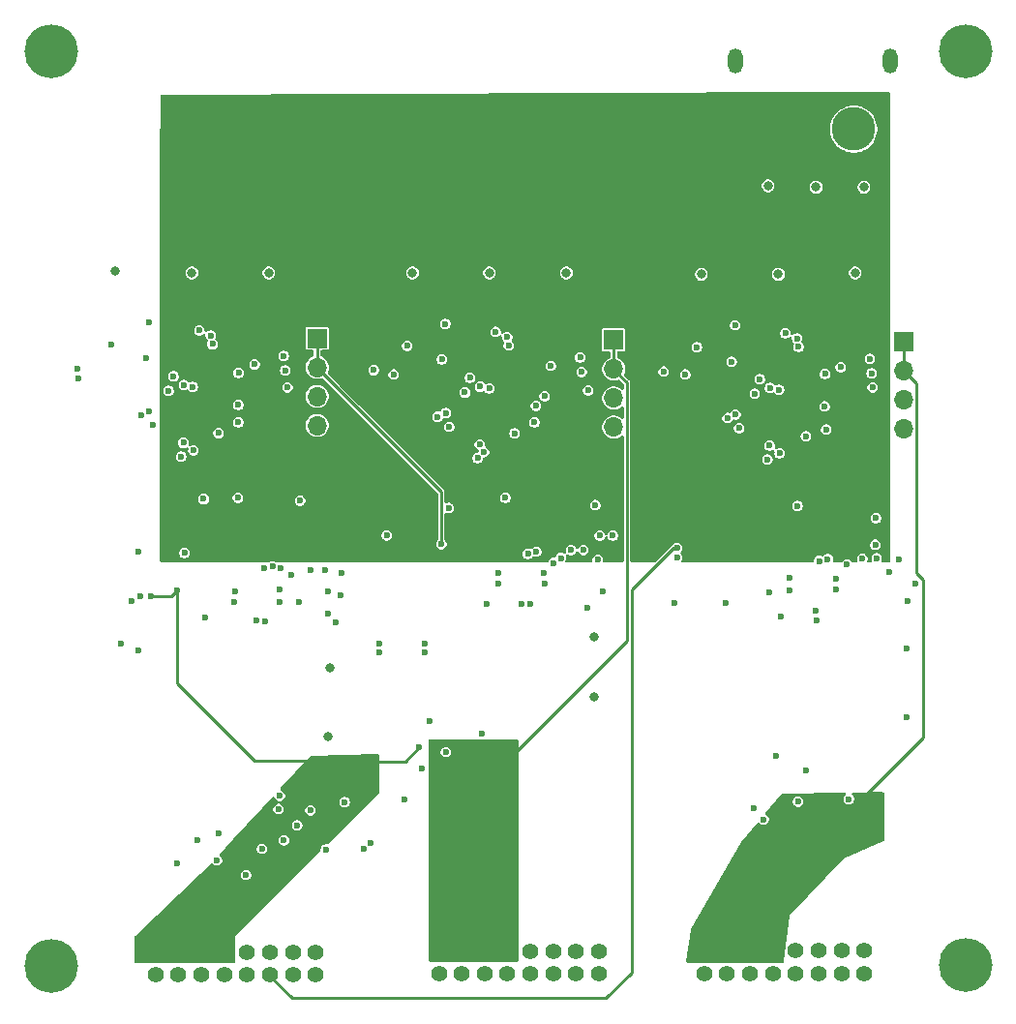
<source format=gbr>
%TF.GenerationSoftware,KiCad,Pcbnew,9.0.0*%
%TF.CreationDate,2025-06-18T16:25:47-07:00*%
%TF.ProjectId,EPS_Scales_RevE,4550535f-5363-4616-9c65-735f52657645,rev?*%
%TF.SameCoordinates,Original*%
%TF.FileFunction,Copper,L3,Inr*%
%TF.FilePolarity,Positive*%
%FSLAX46Y46*%
G04 Gerber Fmt 4.6, Leading zero omitted, Abs format (unit mm)*
G04 Created by KiCad (PCBNEW 9.0.0) date 2025-06-18 16:25:47*
%MOMM*%
%LPD*%
G01*
G04 APERTURE LIST*
%TA.AperFunction,ComponentPad*%
%ADD10C,4.700000*%
%TD*%
%TA.AperFunction,ComponentPad*%
%ADD11R,1.400000X1.400000*%
%TD*%
%TA.AperFunction,ComponentPad*%
%ADD12C,1.400000*%
%TD*%
%TA.AperFunction,ComponentPad*%
%ADD13R,1.700000X1.700000*%
%TD*%
%TA.AperFunction,ComponentPad*%
%ADD14O,1.700000X1.700000*%
%TD*%
%TA.AperFunction,ComponentPad*%
%ADD15O,1.300000X2.200000*%
%TD*%
%TA.AperFunction,ComponentPad*%
%ADD16C,3.800000*%
%TD*%
%TA.AperFunction,ViaPad*%
%ADD17C,0.600000*%
%TD*%
%TA.AperFunction,ViaPad*%
%ADD18C,0.800000*%
%TD*%
%TA.AperFunction,Conductor*%
%ADD19C,0.250000*%
%TD*%
G04 APERTURE END LIST*
D10*
%TO.N,GND*%
%TO.C,J5*%
X240012800Y-37000000D03*
%TD*%
%TO.N,GND*%
%TO.C,J4*%
X240030000Y-116967000D03*
%TD*%
%TO.N,GND*%
%TO.C,J3*%
X160012800Y-37000000D03*
%TD*%
%TO.N,GND*%
%TO.C,J2*%
X160012800Y-117000000D03*
%TD*%
D11*
%TO.N,+5V_Perif*%
%TO.C,CN1*%
X193941000Y-115729000D03*
D12*
%TO.N,unconnected-(CN1-Pad2)*%
X193941000Y-117729000D03*
%TO.N,+5V_Perif*%
X195941000Y-115729000D03*
%TO.N,Net-(CN1-Pad4)*%
X195941000Y-117729000D03*
%TO.N,+5V_Perif*%
X197941000Y-115729000D03*
%TO.N,Net-(CN1-Pad6)*%
X197941000Y-117729000D03*
%TO.N,+5V_Perif*%
X199941000Y-115729000D03*
%TO.N,Net-(CN1-Pad8)*%
X199941000Y-117729000D03*
%TO.N,GND*%
X201941000Y-115729000D03*
%TO.N,Net-(CN1-Pad10)*%
X201941000Y-117729000D03*
%TO.N,GND*%
X203941000Y-115729000D03*
%TO.N,Net-(CN1-Pad12)*%
X203941000Y-117729000D03*
%TO.N,GND*%
X205941000Y-115729000D03*
%TO.N,Net-(CN1-Pad14)*%
X205941000Y-117729000D03*
%TO.N,GND*%
X207941000Y-115729000D03*
%TO.N,WDT_WDI_Perif*%
X207941000Y-117729000D03*
%TD*%
D13*
%TO.N,+20V_Jetson*%
%TO.C,J8*%
X234594000Y-62367000D03*
D14*
X234594000Y-64907000D03*
%TO.N,GND*%
X234594000Y-67447000D03*
X234594000Y-69987000D03*
%TD*%
D13*
%TO.N,+3.3V_OBC*%
%TO.C,J9*%
X183303000Y-62114250D03*
D14*
X183303000Y-64654250D03*
%TO.N,GND*%
X183303000Y-67194250D03*
X183303000Y-69734250D03*
%TD*%
D11*
%TO.N,+20V_Jetson*%
%TO.C,J6*%
X217167800Y-115696600D03*
D12*
%TO.N,Net-(J6-Pad2)*%
X217167800Y-117696600D03*
%TO.N,+20V_Jetson*%
X219167800Y-115696600D03*
%TO.N,Net-(J6-Pad4)*%
X219167800Y-117696600D03*
%TO.N,+20V_Jetson*%
X221167800Y-115696600D03*
%TO.N,Net-(J6-Pad6)*%
X221167800Y-117696600D03*
%TO.N,+20V_Jetson*%
X223167800Y-115696600D03*
%TO.N,Net-(J6-Pad8)*%
X223167800Y-117696600D03*
%TO.N,GND*%
X225167800Y-115696600D03*
%TO.N,Net-(J6-Pad10)*%
X225167800Y-117696600D03*
%TO.N,GND*%
X227167800Y-115696600D03*
%TO.N,Net-(J6-Pad12)*%
X227167800Y-117696600D03*
%TO.N,GND*%
X229167800Y-115696600D03*
%TO.N,WDT_WDI_Jetson*%
X229167800Y-117696600D03*
%TO.N,GND*%
X231167800Y-115696600D03*
%TO.N,WDT_WDI_Jetson*%
X231167800Y-117696600D03*
%TD*%
D15*
%TO.N,GND*%
%TO.C,U8*%
X219901000Y-37815000D03*
X233401000Y-37815000D03*
D16*
%TO.N,+V_Batt*%
X223051000Y-43815000D03*
%TO.N,GND*%
X230251000Y-43815000D03*
%TD*%
D11*
%TO.N,+3.3V_OBC*%
%TO.C,J10*%
X169157200Y-115798200D03*
D12*
%TO.N,Net-(J10-Pad2)*%
X169157200Y-117798200D03*
%TO.N,+3.3V_OBC*%
X171157200Y-115798200D03*
%TO.N,Net-(J10-Pad4)*%
X171157200Y-117798200D03*
%TO.N,+3.3V_OBC*%
X173157200Y-115798200D03*
%TO.N,OBC SDA*%
X173157200Y-117798200D03*
%TO.N,+3.3V_OBC*%
X175157200Y-115798200D03*
%TO.N,OBC SCL*%
X175157200Y-117798200D03*
%TO.N,GND*%
X177157200Y-115798200D03*
%TO.N,Net-(J10-Pad10)*%
X177157200Y-117798200D03*
%TO.N,GND*%
X179157200Y-115798200D03*
%TO.N,OBC_EN_JETSON*%
X179157200Y-117798200D03*
%TO.N,GND*%
X181157200Y-115798200D03*
%TO.N,OBC_EN_PERIF*%
X181157200Y-117798200D03*
%TO.N,GND*%
X183157200Y-115798200D03*
%TO.N,WDT_WDI_OBC*%
X183157200Y-117798200D03*
%TD*%
D13*
%TO.N,+5V_Perif*%
%TO.C,J7*%
X209236000Y-62250500D03*
D14*
X209236000Y-64790500D03*
%TO.N,GND*%
X209236000Y-67330500D03*
X209236000Y-69870500D03*
%TD*%
D17*
%TO.N,+V_Batt*%
X178968400Y-79756000D03*
X178155600Y-80518000D03*
X200456800Y-78638400D03*
X177328400Y-78296000D03*
X201980800Y-77927200D03*
X201218800Y-78638400D03*
X226568000Y-77876400D03*
X227279200Y-78536800D03*
X178954000Y-79108800D03*
X226568000Y-79197200D03*
X227279200Y-79857600D03*
X177328400Y-79108800D03*
X226568000Y-79857600D03*
X201218800Y-77927200D03*
X171791200Y-79696600D03*
X200456800Y-79349600D03*
X178141200Y-79108800D03*
X200456800Y-77927200D03*
X225856800Y-79908400D03*
X201218800Y-77266800D03*
X178141200Y-78296000D03*
X178954000Y-78296000D03*
X225856800Y-79197200D03*
X225856800Y-78536800D03*
D18*
X224790000Y-47142400D03*
D17*
X201980800Y-78638400D03*
X201218800Y-79349600D03*
X225856800Y-77876400D03*
X177393600Y-79756000D03*
X178141200Y-79756000D03*
X177342800Y-80518000D03*
X201980800Y-77266800D03*
X200456800Y-77266800D03*
X226568000Y-78536800D03*
X227279200Y-79197200D03*
D18*
X229108000Y-47193200D03*
X220522800Y-47193200D03*
D17*
X227279200Y-77876400D03*
%TO.N,GND*%
X222694500Y-72707500D03*
D18*
X172339000Y-56388000D03*
D17*
X203149200Y-82651600D03*
X226088000Y-99886400D03*
X176363200Y-76060800D03*
D18*
X191643000Y-56388000D03*
D17*
X234854000Y-95263600D03*
X208280000Y-84277200D03*
X232184000Y-77839200D03*
X199136000Y-82600800D03*
X199771000Y-76073000D03*
X181798800Y-76314800D03*
D18*
X223647000Y-56515000D03*
D17*
X225376800Y-102629600D03*
X193167000Y-95631000D03*
X185456400Y-82664800D03*
X188256000Y-64902250D03*
X207645000Y-76708000D03*
X180020800Y-102121200D03*
X203200000Y-83566000D03*
X209169000Y-79375000D03*
X167625600Y-80785200D03*
X179919200Y-103289600D03*
X176027600Y-85151600D03*
X194818000Y-76962000D03*
X185354800Y-84595200D03*
X235638400Y-83579600D03*
X176078400Y-84237200D03*
X228678800Y-84087600D03*
D18*
X205105000Y-56388000D03*
D17*
X222351600Y-104190800D03*
D18*
X184440400Y-90945200D03*
D17*
X168300400Y-63804800D03*
X231662380Y-63905018D03*
X165244000Y-62641250D03*
X182713200Y-103391200D03*
X191177000Y-62777500D03*
X206304380Y-63788518D03*
X197738000Y-96658000D03*
X194208400Y-63957200D03*
X171403500Y-72454750D03*
D18*
X184288000Y-96990400D03*
X207518000Y-88265000D03*
D17*
X174516800Y-107768800D03*
X172419500Y-66358750D03*
X179990000Y-85151600D03*
X198352500Y-66495000D03*
X194563000Y-98309000D03*
D18*
X230378000Y-56388000D03*
D17*
X167066800Y-85103200D03*
D18*
X231140000Y-48895000D03*
D17*
X185710400Y-102680000D03*
X224665600Y-84138400D03*
X225326000Y-76772400D03*
X184897600Y-86982800D03*
X213614000Y-65018750D03*
X222859600Y-84328000D03*
X168609500Y-68517750D03*
X219557600Y-64160400D03*
X234904800Y-89218400D03*
D18*
X198374000Y-56388000D03*
D17*
X181544800Y-104712000D03*
X219900500Y-68770500D03*
X162323000Y-64766000D03*
D18*
X222758000Y-48768000D03*
X165608000Y-56261000D03*
X179070000Y-56388000D03*
D17*
X228729600Y-83122400D03*
X197336500Y-72591000D03*
X229819200Y-102412800D03*
X179990000Y-84084800D03*
X174669200Y-105432000D03*
X173366000Y-76162400D03*
X171689600Y-80886800D03*
X180371380Y-63652268D03*
D18*
X216916000Y-56515000D03*
D17*
X194542500Y-68654000D03*
D18*
X226949000Y-48895000D03*
D17*
X232133200Y-80176000D03*
D18*
X207518000Y-93472000D03*
D17*
X223710500Y-66611500D03*
X199186800Y-83566000D03*
X216535000Y-62894000D03*
X224665600Y-83071600D03*
%TO.N,/Perif_Subsystem/WD_Perif/WDT-VIN*%
X206439426Y-65055500D03*
X203750000Y-64526500D03*
%TO.N,WDT_WDI_Perif*%
X189992000Y-65278000D03*
%TO.N,Net-(U1-TR{slash}SS)*%
X229644000Y-81901100D03*
X234216000Y-81496800D03*
%TO.N,Net-(U1-BST)*%
X226936360Y-85974820D03*
X223861600Y-86424400D03*
%TO.N,Net-(U1-INTVCC)*%
X234955153Y-85070655D03*
X226982362Y-86756133D03*
%TO.N,+3.3V_OBC*%
X187198000Y-102412800D03*
X183692800Y-99060000D03*
X171043600Y-84124800D03*
X168757600Y-84632800D03*
X185775600Y-99060000D03*
X214782400Y-81280000D03*
X194157600Y-80111600D03*
X192227200Y-97891600D03*
X185318400Y-103581200D03*
X187756800Y-99110800D03*
%TO.N,+20V_Jetson*%
X230632000Y-102717600D03*
X229870000Y-105511600D03*
X228955600Y-102666800D03*
X228193600Y-102616000D03*
X227482400Y-102565200D03*
X228346000Y-105511600D03*
X229057200Y-105460800D03*
X227634800Y-105562400D03*
%TO.N,WDT_WDI_Jetson*%
X215519000Y-65278000D03*
%TO.N,Net-(U10D--)*%
X220218000Y-69977000D03*
X222026842Y-65689842D03*
%TO.N,Net-(U3-TR{slash}SS)*%
X184237200Y-84290400D03*
X180115363Y-82243200D03*
%TO.N,Net-(U3-BST)*%
X177994569Y-86805577D03*
X173467600Y-86576400D03*
%TO.N,Net-(U3-INTVCC)*%
X184237200Y-86170000D03*
X178750800Y-86881200D03*
%TO.N,Net-(U6D--)*%
X196668842Y-65573342D03*
X194860000Y-69860500D03*
%TO.N,Net-(U13-TR{slash}SS)*%
X204619520Y-81332480D03*
X208026000Y-79375000D03*
%TO.N,Net-(U13-BST)*%
X201169997Y-85344000D03*
X198120000Y-85344000D03*
%TO.N,Net-(U13-INTVCC)*%
X206959200Y-85699600D03*
X201930000Y-85344000D03*
%TO.N,/OBC_Subsystem/WD_OBC/WDT-VIN*%
X177817000Y-64390250D03*
X180506426Y-64919250D03*
%TO.N,/Jetson_Subsystem/WD_Jetson/WDT-VIN*%
X231797426Y-65172000D03*
X229108000Y-64643000D03*
%TO.N,WDT_WDI_OBC*%
X162433000Y-65659000D03*
%TO.N,+5V_Perif*%
X198501000Y-98806000D03*
X197612000Y-100203000D03*
X196596000Y-98348800D03*
X197256400Y-98399600D03*
X196850000Y-100203000D03*
X197967600Y-98399600D03*
X198374000Y-100076000D03*
%TO.N,OBC_EN_JETSON*%
X214789948Y-80460232D03*
%TO.N,OBC SDA*%
X171036342Y-108044342D03*
%TO.N,OBC SCL*%
X177082642Y-109061442D03*
%TO.N,OBC_EN_PERIF*%
X189382400Y-79349600D03*
%TO.N,Net-(D15-K)*%
X226060000Y-70673498D03*
X227711000Y-68072000D03*
%TO.N,/Jetson_Subsystem/WD_Jetson/WDT-VP*%
X221582342Y-66961658D03*
X225425000Y-62865000D03*
%TO.N,Net-(R124-Pad1)*%
X197889579Y-72053002D03*
X202311000Y-69469000D03*
%TO.N,Net-(R132-Pad2)*%
X207010000Y-66675000D03*
X203200000Y-67183000D03*
%TO.N,Net-(U6B--)*%
X199917951Y-62003256D03*
X193844000Y-68971500D03*
%TO.N,/Perif_Subsystem/WD_Perif/WDT-VP*%
X196224342Y-66845158D03*
X200067000Y-62748500D03*
%TO.N,Net-(U6A--)*%
X194511820Y-60845754D03*
X198916000Y-61551970D03*
%TO.N,Net-(R141-Pad1)*%
X223760500Y-72166201D03*
X227838000Y-70096498D03*
%TO.N,SDA*%
X221488000Y-103225600D03*
X180390800Y-106019600D03*
X187960000Y-106273600D03*
X172781000Y-106019600D03*
X223469200Y-98602800D03*
%TO.N,Net-(U10B--)*%
X225275951Y-62119756D03*
X219202000Y-69088000D03*
%TO.N,SCL*%
X184048400Y-106832400D03*
X187366538Y-106748370D03*
X192481200Y-99720400D03*
X178473759Y-106768051D03*
X190950942Y-102455342D03*
%TO.N,Net-(U10A--)*%
X219869820Y-60962254D03*
X224274000Y-61668470D03*
%TO.N,Net-(U1-RT)*%
X230994024Y-81375966D03*
X227971956Y-81431431D03*
%TO.N,Net-(U1-EN{slash}UV)*%
X232253602Y-81345025D03*
X227227375Y-81583748D03*
%TO.N,Net-(U3-RT)*%
X179380453Y-82049522D03*
X182764000Y-82410800D03*
%TO.N,Net-(U3-EN{slash}UV)*%
X178649200Y-82256582D03*
X183983200Y-82360000D03*
%TO.N,Net-(U6C-+)*%
X197559658Y-66337158D03*
X197527000Y-71384500D03*
%TO.N,Net-(D8-K)*%
X200568820Y-70419220D03*
X202438000Y-68021200D03*
%TO.N,Net-(U13-EN{slash}UV)*%
X206597000Y-80618426D03*
X201733750Y-80971484D03*
%TO.N,/OBC_Subsystem/WD_OBC/WDT-VP*%
X174134000Y-62612250D03*
X170291342Y-66708908D03*
%TO.N,Net-(R149-Pad2)*%
X231902000Y-66395600D03*
X227729142Y-65234458D03*
%TO.N,Net-(U13-RT)*%
X202467815Y-80774633D03*
X205510612Y-80639652D03*
%TO.N,SYNC_PHASE3*%
X188722000Y-89609203D03*
X192735200Y-89611200D03*
X214579200Y-85242400D03*
X233375200Y-82550000D03*
X219049600Y-85293200D03*
X167690800Y-89434200D03*
%TO.N,SYNC_PHASE1*%
X167828800Y-84696800D03*
X181668499Y-85156786D03*
X181036800Y-82828200D03*
%TO.N,SYNC_PHASE2*%
X207858056Y-81493056D03*
X203989134Y-81757000D03*
X192735200Y-88849200D03*
X188722000Y-88849200D03*
X166116000Y-88849200D03*
%TO.N,Net-(U10C-+)*%
X222917658Y-66453658D03*
X222885000Y-71501000D03*
%TO.N,Net-(U11D--)*%
X170735842Y-65437092D03*
X168927000Y-69724250D03*
%TO.N,Net-(D18-K)*%
X176403000Y-67945000D03*
X174673520Y-70406520D03*
%TO.N,Net-(R157-Pad1)*%
X172469500Y-71913452D03*
X176403000Y-69469000D03*
%TO.N,Net-(U11B--)*%
X167911000Y-68835250D03*
X173984951Y-61867006D03*
%TO.N,Net-(U11A--)*%
X172983000Y-61415720D03*
X168578820Y-60709504D03*
%TO.N,Net-(R165-Pad2)*%
X176416000Y-65130169D03*
X180695600Y-66395600D03*
%TO.N,Net-(U11C-+)*%
X171594000Y-71248250D03*
X171626658Y-66200908D03*
%TD*%
D19*
%TO.N,+V_Batt*%
X173191800Y-78296000D02*
X171791200Y-79696600D01*
X177328400Y-78296000D02*
X173191800Y-78296000D01*
%TO.N,+3.3V_OBC*%
X171043600Y-92315270D02*
X177788330Y-99060000D01*
X170535600Y-84632800D02*
X171043600Y-84124800D01*
X192227200Y-97891600D02*
X191008000Y-99110800D01*
X183303000Y-64654250D02*
X183303000Y-62213400D01*
X171043600Y-84124800D02*
X171043600Y-92315270D01*
X194157600Y-75539600D02*
X194157600Y-80111600D01*
X177788330Y-99060000D02*
X183692800Y-99060000D01*
X168757600Y-84632800D02*
X170535600Y-84632800D01*
X191008000Y-99110800D02*
X187756800Y-99110800D01*
X183286400Y-64668400D02*
X194157600Y-75539600D01*
X183303000Y-62213400D02*
X183337200Y-62179200D01*
X183303000Y-64651800D02*
X183286400Y-64668400D01*
%TO.N,+20V_Jetson*%
X234594000Y-62382800D02*
X234645200Y-62331600D01*
X230632000Y-102717600D02*
X236321600Y-97028000D01*
X236321600Y-97028000D02*
X236321600Y-83250870D01*
X236321600Y-83250870D02*
X235730000Y-82659270D01*
X234594000Y-64907000D02*
X234594000Y-62382800D01*
X235730000Y-66058000D02*
X234594400Y-64922400D01*
X235730000Y-82659270D02*
X235730000Y-66058000D01*
%TO.N,+5V_Perif*%
X210413600Y-65989200D02*
X210413600Y-88544400D01*
X200152000Y-98806000D02*
X198526400Y-98806000D01*
X209236000Y-64790500D02*
X209236000Y-62271600D01*
X209245200Y-64820800D02*
X210413600Y-65989200D01*
X210413600Y-88544400D02*
X200152000Y-98806000D01*
X209236000Y-62271600D02*
X209194400Y-62230000D01*
%TO.N,OBC_EN_JETSON*%
X210824600Y-84120200D02*
X210824600Y-117597400D01*
X214789948Y-80460232D02*
X214484568Y-80460232D01*
X208584800Y-119837200D02*
X181102000Y-119837200D01*
X214484568Y-80460232D02*
X210824600Y-84120200D01*
X181102000Y-119837200D02*
X179120800Y-117856000D01*
X210824600Y-117597400D02*
X208584800Y-119837200D01*
%TD*%
%TA.AperFunction,Conductor*%
%TO.N,+20V_Jetson*%
G36*
X232859850Y-101823547D02*
G01*
X232906202Y-101875827D01*
X232918000Y-101928617D01*
X232918000Y-105990170D01*
X232898315Y-106057209D01*
X232845511Y-106102964D01*
X232844817Y-106103279D01*
X229412801Y-107645199D01*
X224637600Y-112623599D01*
X224143033Y-116629593D01*
X224115282Y-116693716D01*
X224057270Y-116732656D01*
X224019967Y-116738400D01*
X215737818Y-116738400D01*
X215670779Y-116718715D01*
X215625024Y-116665911D01*
X215615022Y-116597165D01*
X215998256Y-113866625D01*
X216013609Y-113821956D01*
X220415869Y-106181251D01*
X220428040Y-106163791D01*
X221816255Y-104497933D01*
X221874291Y-104459037D01*
X221944148Y-104457691D01*
X221999192Y-104489638D01*
X222068846Y-104559292D01*
X222173853Y-104619918D01*
X222290974Y-104651300D01*
X222290976Y-104651300D01*
X222412224Y-104651300D01*
X222412226Y-104651300D01*
X222529347Y-104619918D01*
X222634354Y-104559292D01*
X222720092Y-104473554D01*
X222780718Y-104368547D01*
X222812100Y-104251426D01*
X222812100Y-104130174D01*
X222780718Y-104013053D01*
X222720092Y-103908046D01*
X222634354Y-103822308D01*
X222621406Y-103814832D01*
X222589672Y-103796510D01*
X222541458Y-103745942D01*
X222528236Y-103677335D01*
X222554205Y-103612471D01*
X222556386Y-103609776D01*
X223423721Y-102568974D01*
X224916300Y-102568974D01*
X224916300Y-102690226D01*
X224947682Y-102807347D01*
X225008308Y-102912354D01*
X225094046Y-102998092D01*
X225199053Y-103058718D01*
X225316174Y-103090100D01*
X225316176Y-103090100D01*
X225437424Y-103090100D01*
X225437426Y-103090100D01*
X225554547Y-103058718D01*
X225659554Y-102998092D01*
X225745292Y-102912354D01*
X225805918Y-102807347D01*
X225837300Y-102690226D01*
X225837300Y-102568974D01*
X225805918Y-102451853D01*
X225745292Y-102346846D01*
X225659554Y-102261108D01*
X225554547Y-102200482D01*
X225437426Y-102169100D01*
X225316174Y-102169100D01*
X225199053Y-102200482D01*
X225199050Y-102200483D01*
X225094049Y-102261106D01*
X225094043Y-102261110D01*
X225008310Y-102346843D01*
X225008306Y-102346849D01*
X224947683Y-102451850D01*
X224947682Y-102451853D01*
X224916300Y-102568974D01*
X223423721Y-102568974D01*
X223940570Y-101948755D01*
X223998606Y-101909859D01*
X224034411Y-101904149D01*
X229437236Y-101842754D01*
X229504495Y-101861676D01*
X229550847Y-101913956D01*
X229561575Y-101982997D01*
X229533275Y-102046879D01*
X229526327Y-102054427D01*
X229450707Y-102130047D01*
X229450706Y-102130049D01*
X229390083Y-102235050D01*
X229390082Y-102235053D01*
X229358700Y-102352174D01*
X229358700Y-102473426D01*
X229390082Y-102590547D01*
X229450708Y-102695554D01*
X229536446Y-102781292D01*
X229641453Y-102841918D01*
X229758574Y-102873300D01*
X229758576Y-102873300D01*
X229879824Y-102873300D01*
X229879826Y-102873300D01*
X229996947Y-102841918D01*
X230101954Y-102781292D01*
X230187692Y-102695554D01*
X230248318Y-102590547D01*
X230279700Y-102473426D01*
X230279700Y-102352174D01*
X230248318Y-102235053D01*
X230187692Y-102130046D01*
X230103521Y-102045875D01*
X230070036Y-101984552D01*
X230075020Y-101914860D01*
X230116892Y-101858927D01*
X230182356Y-101834510D01*
X230189781Y-101834202D01*
X232792591Y-101804625D01*
X232859850Y-101823547D01*
G37*
%TD.AperFunction*%
%TD*%
%TA.AperFunction,Conductor*%
%TO.N,+5V_Perif*%
G36*
X200857039Y-97200085D02*
G01*
X200902794Y-97252889D01*
X200914000Y-97304400D01*
X200914000Y-116512800D01*
X200894315Y-116579839D01*
X200841511Y-116625594D01*
X200790000Y-116636800D01*
X193164000Y-116636800D01*
X193096961Y-116617115D01*
X193051206Y-116564311D01*
X193040000Y-116512800D01*
X193040000Y-98248374D01*
X194102500Y-98248374D01*
X194102500Y-98369626D01*
X194133882Y-98486747D01*
X194194508Y-98591754D01*
X194280246Y-98677492D01*
X194385253Y-98738118D01*
X194502374Y-98769500D01*
X194502376Y-98769500D01*
X194623624Y-98769500D01*
X194623626Y-98769500D01*
X194740747Y-98738118D01*
X194845754Y-98677492D01*
X194931492Y-98591754D01*
X194992118Y-98486747D01*
X195023500Y-98369626D01*
X195023500Y-98248374D01*
X194992118Y-98131253D01*
X194931492Y-98026246D01*
X194845754Y-97940508D01*
X194740747Y-97879882D01*
X194623626Y-97848500D01*
X194502374Y-97848500D01*
X194385253Y-97879882D01*
X194385250Y-97879883D01*
X194280249Y-97940506D01*
X194280243Y-97940510D01*
X194194510Y-98026243D01*
X194194506Y-98026249D01*
X194133883Y-98131250D01*
X194133882Y-98131253D01*
X194102500Y-98248374D01*
X193040000Y-98248374D01*
X193040000Y-97304400D01*
X193059685Y-97237361D01*
X193112489Y-97191606D01*
X193164000Y-97180400D01*
X200790000Y-97180400D01*
X200857039Y-97200085D01*
G37*
%TD.AperFunction*%
%TD*%
%TA.AperFunction,Conductor*%
%TO.N,+3.3V_OBC*%
G36*
X188662600Y-98484687D02*
G01*
X188709568Y-98536414D01*
X188722000Y-98590530D01*
X188722000Y-101852995D01*
X188702315Y-101920034D01*
X188685146Y-101941208D01*
X184231318Y-106341156D01*
X184169792Y-106374267D01*
X184117094Y-106372854D01*
X184117080Y-106372961D01*
X184116058Y-106372826D01*
X184112086Y-106372720D01*
X184109027Y-106371900D01*
X184109026Y-106371900D01*
X183987774Y-106371900D01*
X183870653Y-106403282D01*
X183870650Y-106403283D01*
X183765649Y-106463906D01*
X183765643Y-106463910D01*
X183679910Y-106549643D01*
X183679906Y-106549649D01*
X183619283Y-106654650D01*
X183619282Y-106654653D01*
X183587900Y-106771774D01*
X183587900Y-106893026D01*
X183587901Y-106893029D01*
X183588961Y-106901080D01*
X183586711Y-106901376D01*
X183585321Y-106959485D01*
X183554359Y-107009928D01*
X176123600Y-114350799D01*
X176123600Y-116665200D01*
X176103915Y-116732239D01*
X176051111Y-116777994D01*
X175999600Y-116789200D01*
X167459200Y-116789200D01*
X167392161Y-116769515D01*
X167346406Y-116716711D01*
X167335200Y-116665200D01*
X167335200Y-114454935D01*
X167354885Y-114387896D01*
X167373916Y-114364921D01*
X173036028Y-109000816D01*
X176622142Y-109000816D01*
X176622142Y-109122068D01*
X176653524Y-109239189D01*
X176714150Y-109344196D01*
X176799888Y-109429934D01*
X176904895Y-109490560D01*
X177022016Y-109521942D01*
X177022018Y-109521942D01*
X177143266Y-109521942D01*
X177143268Y-109521942D01*
X177260389Y-109490560D01*
X177365396Y-109429934D01*
X177451134Y-109344196D01*
X177511760Y-109239189D01*
X177543142Y-109122068D01*
X177543142Y-109000816D01*
X177511760Y-108883695D01*
X177451134Y-108778688D01*
X177365396Y-108692950D01*
X177260389Y-108632324D01*
X177143268Y-108600942D01*
X177022016Y-108600942D01*
X176904895Y-108632324D01*
X176904892Y-108632325D01*
X176799891Y-108692948D01*
X176799885Y-108692952D01*
X176714152Y-108778685D01*
X176714148Y-108778691D01*
X176653525Y-108883692D01*
X176653524Y-108883695D01*
X176622142Y-109000816D01*
X173036028Y-109000816D01*
X173850407Y-108229299D01*
X174007040Y-108080910D01*
X174069245Y-108049094D01*
X174138777Y-108055959D01*
X174180001Y-108083247D01*
X174234046Y-108137292D01*
X174339053Y-108197918D01*
X174456174Y-108229300D01*
X174456176Y-108229300D01*
X174577424Y-108229300D01*
X174577426Y-108229300D01*
X174694547Y-108197918D01*
X174799554Y-108137292D01*
X174885292Y-108051554D01*
X174945918Y-107946547D01*
X174977300Y-107829426D01*
X174977300Y-107708174D01*
X174945918Y-107591053D01*
X174885292Y-107486046D01*
X174802234Y-107402988D01*
X174768749Y-107341665D01*
X174773733Y-107271973D01*
X174798606Y-107231410D01*
X175280106Y-106707425D01*
X178013259Y-106707425D01*
X178013259Y-106828677D01*
X178044641Y-106945798D01*
X178105267Y-107050805D01*
X178191005Y-107136543D01*
X178296012Y-107197169D01*
X178413133Y-107228551D01*
X178413135Y-107228551D01*
X178534383Y-107228551D01*
X178534385Y-107228551D01*
X178651506Y-107197169D01*
X178756513Y-107136543D01*
X178842251Y-107050805D01*
X178902877Y-106945798D01*
X178934259Y-106828677D01*
X178934259Y-106707425D01*
X178902877Y-106590304D01*
X178842251Y-106485297D01*
X178756513Y-106399559D01*
X178686508Y-106359141D01*
X178651508Y-106338934D01*
X178651507Y-106338933D01*
X178651506Y-106338933D01*
X178534385Y-106307551D01*
X178413133Y-106307551D01*
X178296012Y-106338933D01*
X178296009Y-106338934D01*
X178191008Y-106399557D01*
X178191002Y-106399561D01*
X178105269Y-106485294D01*
X178105265Y-106485300D01*
X178044642Y-106590301D01*
X178044641Y-106590304D01*
X178013259Y-106707425D01*
X175280106Y-106707425D01*
X175967872Y-105958974D01*
X179930300Y-105958974D01*
X179930300Y-106080226D01*
X179961682Y-106197347D01*
X180022308Y-106302354D01*
X180108046Y-106388092D01*
X180213053Y-106448718D01*
X180330174Y-106480100D01*
X180330176Y-106480100D01*
X180451424Y-106480100D01*
X180451426Y-106480100D01*
X180568547Y-106448718D01*
X180673554Y-106388092D01*
X180759292Y-106302354D01*
X180819918Y-106197347D01*
X180851300Y-106080226D01*
X180851300Y-105958974D01*
X180819918Y-105841853D01*
X180759292Y-105736846D01*
X180673554Y-105651108D01*
X180568547Y-105590482D01*
X180451426Y-105559100D01*
X180330174Y-105559100D01*
X180213053Y-105590482D01*
X180213050Y-105590483D01*
X180108049Y-105651106D01*
X180108043Y-105651110D01*
X180022310Y-105736843D01*
X180022306Y-105736849D01*
X179961683Y-105841850D01*
X179961682Y-105841853D01*
X179930300Y-105958974D01*
X175967872Y-105958974D01*
X177169450Y-104651374D01*
X181084300Y-104651374D01*
X181084300Y-104772626D01*
X181115682Y-104889747D01*
X181176308Y-104994754D01*
X181262046Y-105080492D01*
X181367053Y-105141118D01*
X181484174Y-105172500D01*
X181484176Y-105172500D01*
X181605424Y-105172500D01*
X181605426Y-105172500D01*
X181722547Y-105141118D01*
X181827554Y-105080492D01*
X181913292Y-104994754D01*
X181973918Y-104889747D01*
X182005300Y-104772626D01*
X182005300Y-104651374D01*
X181973918Y-104534253D01*
X181913292Y-104429246D01*
X181827554Y-104343508D01*
X181722547Y-104282882D01*
X181605426Y-104251500D01*
X181484174Y-104251500D01*
X181367053Y-104282882D01*
X181367050Y-104282883D01*
X181262049Y-104343506D01*
X181262043Y-104343510D01*
X181176310Y-104429243D01*
X181176306Y-104429249D01*
X181115683Y-104534250D01*
X181115682Y-104534253D01*
X181084300Y-104651374D01*
X177169450Y-104651374D01*
X178476520Y-103228974D01*
X179458700Y-103228974D01*
X179458700Y-103350226D01*
X179490082Y-103467347D01*
X179550708Y-103572354D01*
X179636446Y-103658092D01*
X179741453Y-103718718D01*
X179858574Y-103750100D01*
X179858576Y-103750100D01*
X179979824Y-103750100D01*
X179979826Y-103750100D01*
X180096947Y-103718718D01*
X180201954Y-103658092D01*
X180287692Y-103572354D01*
X180348318Y-103467347D01*
X180379700Y-103350226D01*
X180379700Y-103330574D01*
X182252700Y-103330574D01*
X182252700Y-103451826D01*
X182284082Y-103568947D01*
X182344708Y-103673954D01*
X182430446Y-103759692D01*
X182535453Y-103820318D01*
X182652574Y-103851700D01*
X182652576Y-103851700D01*
X182773824Y-103851700D01*
X182773826Y-103851700D01*
X182890947Y-103820318D01*
X182995954Y-103759692D01*
X183081692Y-103673954D01*
X183142318Y-103568947D01*
X183173700Y-103451826D01*
X183173700Y-103330574D01*
X183142318Y-103213453D01*
X183081692Y-103108446D01*
X182995954Y-103022708D01*
X182925949Y-102982290D01*
X182890949Y-102962083D01*
X182890948Y-102962082D01*
X182890947Y-102962082D01*
X182773826Y-102930700D01*
X182652574Y-102930700D01*
X182535453Y-102962082D01*
X182535450Y-102962083D01*
X182430449Y-103022706D01*
X182430443Y-103022710D01*
X182344710Y-103108443D01*
X182344706Y-103108449D01*
X182284083Y-103213450D01*
X182284082Y-103213453D01*
X182252700Y-103330574D01*
X180379700Y-103330574D01*
X180379700Y-103228974D01*
X180348318Y-103111853D01*
X180287692Y-103006846D01*
X180201954Y-102921108D01*
X180096947Y-102860482D01*
X179979826Y-102829100D01*
X179858574Y-102829100D01*
X179741453Y-102860482D01*
X179741450Y-102860483D01*
X179636449Y-102921106D01*
X179636443Y-102921110D01*
X179550710Y-103006843D01*
X179550706Y-103006849D01*
X179490083Y-103111850D01*
X179490082Y-103111853D01*
X179458700Y-103228974D01*
X178476520Y-103228974D01*
X179036693Y-102619374D01*
X185249900Y-102619374D01*
X185249900Y-102740625D01*
X185281282Y-102857746D01*
X185281283Y-102857749D01*
X185301490Y-102892749D01*
X185341908Y-102962754D01*
X185427646Y-103048492D01*
X185532653Y-103109118D01*
X185649774Y-103140500D01*
X185649776Y-103140500D01*
X185771024Y-103140500D01*
X185771026Y-103140500D01*
X185888147Y-103109118D01*
X185993154Y-103048492D01*
X186078892Y-102962754D01*
X186139518Y-102857747D01*
X186170900Y-102740626D01*
X186170900Y-102619374D01*
X186139518Y-102502253D01*
X186078892Y-102397246D01*
X185993154Y-102311508D01*
X185888147Y-102250882D01*
X185771026Y-102219500D01*
X185649774Y-102219500D01*
X185532653Y-102250882D01*
X185532650Y-102250883D01*
X185427649Y-102311506D01*
X185427643Y-102311510D01*
X185341910Y-102397243D01*
X185341906Y-102397249D01*
X185281283Y-102502250D01*
X185281282Y-102502253D01*
X185249900Y-102619374D01*
X179036693Y-102619374D01*
X179380187Y-102245572D01*
X179440038Y-102209532D01*
X179509878Y-102211569D01*
X179567530Y-102251042D01*
X179588282Y-102291560D01*
X179588573Y-102291440D01*
X179590064Y-102295040D01*
X179591261Y-102297377D01*
X179591680Y-102298942D01*
X179591681Y-102298946D01*
X179591682Y-102298947D01*
X179652308Y-102403954D01*
X179738046Y-102489692D01*
X179843053Y-102550318D01*
X179960174Y-102581700D01*
X179993337Y-102581700D01*
X180081424Y-102581700D01*
X180081426Y-102581700D01*
X180198547Y-102550318D01*
X180303554Y-102489692D01*
X180389292Y-102403954D01*
X180449918Y-102298947D01*
X180481300Y-102181826D01*
X180481300Y-102060574D01*
X180449918Y-101943453D01*
X180389292Y-101838446D01*
X180303554Y-101752708D01*
X180198549Y-101692083D01*
X180198548Y-101692082D01*
X180147693Y-101678456D01*
X180088033Y-101642090D01*
X180057504Y-101579243D01*
X180065799Y-101509868D01*
X180088476Y-101474786D01*
X182691910Y-98641638D01*
X182751763Y-98605597D01*
X182780330Y-98601575D01*
X188595125Y-98466563D01*
X188662600Y-98484687D01*
G37*
%TD.AperFunction*%
%TD*%
%TA.AperFunction,Conductor*%
%TO.N,+V_Batt*%
G36*
X233369039Y-40558085D02*
G01*
X233414794Y-40610889D01*
X233426000Y-40662400D01*
X233426000Y-81614296D01*
X233406315Y-81681335D01*
X233353511Y-81727090D01*
X233301925Y-81738296D01*
X232773171Y-81737975D01*
X232706143Y-81718250D01*
X232660420Y-81665418D01*
X232650519Y-81596253D01*
X232665860Y-81551974D01*
X232666224Y-81551344D01*
X232682720Y-81522772D01*
X232714102Y-81405651D01*
X232714102Y-81284399D01*
X232682720Y-81167278D01*
X232622094Y-81062271D01*
X232536356Y-80976533D01*
X232431349Y-80915907D01*
X232314228Y-80884525D01*
X232192976Y-80884525D01*
X232075855Y-80915907D01*
X232075852Y-80915908D01*
X231970851Y-80976531D01*
X231970845Y-80976535D01*
X231885112Y-81062268D01*
X231885108Y-81062274D01*
X231824485Y-81167275D01*
X231824484Y-81167278D01*
X231793102Y-81284399D01*
X231793102Y-81405651D01*
X231822362Y-81514850D01*
X231824484Y-81522771D01*
X231824484Y-81522772D01*
X231840980Y-81551344D01*
X231842420Y-81557280D01*
X231846418Y-81561900D01*
X231850560Y-81590839D01*
X231857451Y-81619244D01*
X231855453Y-81625016D01*
X231856319Y-81631064D01*
X231844159Y-81657646D01*
X231834599Y-81685271D01*
X231829796Y-81689047D01*
X231827256Y-81694602D01*
X231802656Y-81710390D01*
X231779677Y-81728461D01*
X231772283Y-81729883D01*
X231768455Y-81732341D01*
X231733517Y-81737343D01*
X231531892Y-81737221D01*
X231464864Y-81717496D01*
X231419141Y-81664664D01*
X231409240Y-81595500D01*
X231420981Y-81561616D01*
X231420031Y-81561223D01*
X231423137Y-81553721D01*
X231423142Y-81553713D01*
X231454524Y-81436592D01*
X231454524Y-81315340D01*
X231423142Y-81198219D01*
X231362516Y-81093212D01*
X231276778Y-81007474D01*
X231200689Y-80963544D01*
X231171773Y-80946849D01*
X231171772Y-80946848D01*
X231171771Y-80946848D01*
X231054650Y-80915466D01*
X230933398Y-80915466D01*
X230816277Y-80946848D01*
X230816274Y-80946849D01*
X230711273Y-81007472D01*
X230711267Y-81007476D01*
X230625534Y-81093209D01*
X230625530Y-81093215D01*
X230564907Y-81198216D01*
X230564906Y-81198219D01*
X230533524Y-81315340D01*
X230533524Y-81436592D01*
X230564898Y-81553681D01*
X230564906Y-81553712D01*
X230568017Y-81561223D01*
X230565890Y-81562103D01*
X230579562Y-81618473D01*
X230556708Y-81684499D01*
X230501785Y-81727687D01*
X230455627Y-81736568D01*
X230152156Y-81736383D01*
X230085129Y-81716658D01*
X230044845Y-81674383D01*
X230035182Y-81657646D01*
X230012492Y-81618346D01*
X229926754Y-81532608D01*
X229825674Y-81474249D01*
X229821749Y-81471983D01*
X229821748Y-81471982D01*
X229821747Y-81471982D01*
X229704626Y-81440600D01*
X229583374Y-81440600D01*
X229466253Y-81471982D01*
X229466250Y-81471983D01*
X229361249Y-81532606D01*
X229361243Y-81532610D01*
X229275510Y-81618343D01*
X229275508Y-81618346D01*
X229243510Y-81673768D01*
X229192942Y-81721983D01*
X229136048Y-81735767D01*
X228528777Y-81735398D01*
X228461749Y-81715673D01*
X228416026Y-81662841D01*
X228406125Y-81593676D01*
X228409071Y-81579329D01*
X228432456Y-81492057D01*
X228432456Y-81370805D01*
X228401074Y-81253684D01*
X228340448Y-81148677D01*
X228254710Y-81062939D01*
X228159803Y-81008144D01*
X228149705Y-81002314D01*
X228149704Y-81002313D01*
X228149703Y-81002313D01*
X228032582Y-80970931D01*
X227911330Y-80970931D01*
X227794209Y-81002313D01*
X227794206Y-81002314D01*
X227689205Y-81062937D01*
X227689199Y-81062941D01*
X227597717Y-81154424D01*
X227596112Y-81152819D01*
X227549165Y-81187093D01*
X227479418Y-81191240D01*
X227445231Y-81177786D01*
X227405128Y-81154633D01*
X227405124Y-81154631D01*
X227405122Y-81154630D01*
X227288001Y-81123248D01*
X227166749Y-81123248D01*
X227049628Y-81154630D01*
X227049625Y-81154631D01*
X226944624Y-81215254D01*
X226944618Y-81215258D01*
X226858885Y-81300991D01*
X226858881Y-81300997D01*
X226798258Y-81405998D01*
X226798257Y-81406001D01*
X226766875Y-81523122D01*
X226766875Y-81610254D01*
X226747190Y-81677293D01*
X226694386Y-81723048D01*
X226642800Y-81734254D01*
X215270561Y-81727350D01*
X215203533Y-81707625D01*
X215157810Y-81654793D01*
X215147909Y-81585628D01*
X215163247Y-81541354D01*
X215211518Y-81457747D01*
X215242900Y-81340626D01*
X215242900Y-81219374D01*
X215211518Y-81102253D01*
X215150892Y-80997246D01*
X215140561Y-80986915D01*
X215115216Y-80961569D01*
X215081731Y-80900246D01*
X215086717Y-80830554D01*
X215115216Y-80786209D01*
X215158440Y-80742986D01*
X215219066Y-80637979D01*
X215250448Y-80520858D01*
X215250448Y-80399606D01*
X215219066Y-80282485D01*
X215158440Y-80177478D01*
X215096336Y-80115374D01*
X231672700Y-80115374D01*
X231672700Y-80236626D01*
X231701877Y-80345515D01*
X231704082Y-80353746D01*
X231704083Y-80353749D01*
X231705901Y-80356898D01*
X231764708Y-80458754D01*
X231850446Y-80544492D01*
X231955453Y-80605118D01*
X232072574Y-80636500D01*
X232072576Y-80636500D01*
X232193824Y-80636500D01*
X232193826Y-80636500D01*
X232310947Y-80605118D01*
X232415954Y-80544492D01*
X232501692Y-80458754D01*
X232562318Y-80353747D01*
X232593700Y-80236626D01*
X232593700Y-80115374D01*
X232562318Y-79998253D01*
X232501692Y-79893246D01*
X232415954Y-79807508D01*
X232310947Y-79746882D01*
X232193826Y-79715500D01*
X232072574Y-79715500D01*
X231955453Y-79746882D01*
X231955450Y-79746883D01*
X231850449Y-79807506D01*
X231850443Y-79807510D01*
X231764710Y-79893243D01*
X231764706Y-79893249D01*
X231704083Y-79998250D01*
X231704082Y-79998253D01*
X231672700Y-80115374D01*
X215096336Y-80115374D01*
X215072702Y-80091740D01*
X214967695Y-80031114D01*
X214850574Y-79999732D01*
X214729322Y-79999732D01*
X214612201Y-80031114D01*
X214612198Y-80031115D01*
X214507197Y-80091738D01*
X214507190Y-80091743D01*
X214439357Y-80159575D01*
X214383778Y-80191666D01*
X214374370Y-80194187D01*
X214374369Y-80194187D01*
X214309267Y-80231775D01*
X214309264Y-80231777D01*
X212851531Y-81689509D01*
X212790208Y-81722994D01*
X212763775Y-81725828D01*
X210823025Y-81724650D01*
X210755997Y-81704925D01*
X210710274Y-81652093D01*
X210699100Y-81600650D01*
X210699100Y-77778574D01*
X231723500Y-77778574D01*
X231723500Y-77899826D01*
X231754882Y-78016947D01*
X231815508Y-78121954D01*
X231901246Y-78207692D01*
X232006253Y-78268318D01*
X232123374Y-78299700D01*
X232123376Y-78299700D01*
X232244624Y-78299700D01*
X232244626Y-78299700D01*
X232361747Y-78268318D01*
X232466754Y-78207692D01*
X232552492Y-78121954D01*
X232613118Y-78016947D01*
X232644500Y-77899826D01*
X232644500Y-77778574D01*
X232613118Y-77661453D01*
X232552492Y-77556446D01*
X232466754Y-77470708D01*
X232361747Y-77410082D01*
X232244626Y-77378700D01*
X232123374Y-77378700D01*
X232006253Y-77410082D01*
X232006250Y-77410083D01*
X231901249Y-77470706D01*
X231901243Y-77470710D01*
X231815510Y-77556443D01*
X231815506Y-77556449D01*
X231754883Y-77661450D01*
X231754882Y-77661453D01*
X231723500Y-77778574D01*
X210699100Y-77778574D01*
X210699100Y-76711774D01*
X224865500Y-76711774D01*
X224865500Y-76833026D01*
X224896882Y-76950147D01*
X224957508Y-77055154D01*
X225043246Y-77140892D01*
X225148253Y-77201518D01*
X225265374Y-77232900D01*
X225265376Y-77232900D01*
X225386624Y-77232900D01*
X225386626Y-77232900D01*
X225503747Y-77201518D01*
X225608754Y-77140892D01*
X225694492Y-77055154D01*
X225755118Y-76950147D01*
X225786500Y-76833026D01*
X225786500Y-76711774D01*
X225755118Y-76594653D01*
X225694492Y-76489646D01*
X225608754Y-76403908D01*
X225503747Y-76343282D01*
X225386626Y-76311900D01*
X225265374Y-76311900D01*
X225148253Y-76343282D01*
X225148250Y-76343283D01*
X225043249Y-76403906D01*
X225043243Y-76403910D01*
X224957510Y-76489643D01*
X224957506Y-76489649D01*
X224896883Y-76594650D01*
X224896882Y-76594653D01*
X224865500Y-76711774D01*
X210699100Y-76711774D01*
X210699100Y-72646874D01*
X222234000Y-72646874D01*
X222234000Y-72768126D01*
X222265382Y-72885247D01*
X222326008Y-72990254D01*
X222411746Y-73075992D01*
X222516753Y-73136618D01*
X222633874Y-73168000D01*
X222633876Y-73168000D01*
X222755124Y-73168000D01*
X222755126Y-73168000D01*
X222872247Y-73136618D01*
X222977254Y-73075992D01*
X223062992Y-72990254D01*
X223123618Y-72885247D01*
X223155000Y-72768126D01*
X223155000Y-72646874D01*
X223123618Y-72529753D01*
X223062992Y-72424746D01*
X222977254Y-72339008D01*
X222878417Y-72281944D01*
X222872249Y-72278383D01*
X222872248Y-72278382D01*
X222872247Y-72278382D01*
X222755126Y-72247000D01*
X222633874Y-72247000D01*
X222516753Y-72278382D01*
X222516750Y-72278383D01*
X222411749Y-72339006D01*
X222411743Y-72339010D01*
X222326010Y-72424743D01*
X222326006Y-72424749D01*
X222265383Y-72529750D01*
X222265382Y-72529753D01*
X222234000Y-72646874D01*
X210699100Y-72646874D01*
X210699100Y-71440374D01*
X222424500Y-71440374D01*
X222424500Y-71561626D01*
X222455882Y-71678747D01*
X222516508Y-71783754D01*
X222602246Y-71869492D01*
X222707253Y-71930118D01*
X222824374Y-71961500D01*
X222824376Y-71961500D01*
X222945624Y-71961500D01*
X222945626Y-71961500D01*
X223062747Y-71930118D01*
X223139784Y-71885640D01*
X223207681Y-71869168D01*
X223273708Y-71892020D01*
X223316899Y-71946941D01*
X223323541Y-72016494D01*
X223321557Y-72025120D01*
X223300000Y-72105573D01*
X223300000Y-72105575D01*
X223300000Y-72226827D01*
X223331382Y-72343948D01*
X223392008Y-72448955D01*
X223477746Y-72534693D01*
X223582753Y-72595319D01*
X223699874Y-72626701D01*
X223699876Y-72626701D01*
X223821124Y-72626701D01*
X223821126Y-72626701D01*
X223938247Y-72595319D01*
X224043254Y-72534693D01*
X224128992Y-72448955D01*
X224189618Y-72343948D01*
X224221000Y-72226827D01*
X224221000Y-72105575D01*
X224189618Y-71988454D01*
X224128992Y-71883447D01*
X224043254Y-71797709D01*
X223938247Y-71737083D01*
X223821126Y-71705701D01*
X223699874Y-71705701D01*
X223582753Y-71737083D01*
X223582752Y-71737083D01*
X223505716Y-71781560D01*
X223437816Y-71798032D01*
X223371789Y-71775179D01*
X223328599Y-71720257D01*
X223321958Y-71650704D01*
X223323934Y-71642111D01*
X223345500Y-71561626D01*
X223345500Y-71440374D01*
X223314118Y-71323253D01*
X223253492Y-71218246D01*
X223167754Y-71132508D01*
X223062747Y-71071882D01*
X222945626Y-71040500D01*
X222824374Y-71040500D01*
X222707253Y-71071882D01*
X222707250Y-71071883D01*
X222602249Y-71132506D01*
X222602243Y-71132510D01*
X222516510Y-71218243D01*
X222516506Y-71218249D01*
X222455883Y-71323250D01*
X222455882Y-71323253D01*
X222424500Y-71440374D01*
X210699100Y-71440374D01*
X210699100Y-70612872D01*
X225599500Y-70612872D01*
X225599500Y-70734124D01*
X225628450Y-70842166D01*
X225630882Y-70851244D01*
X225630883Y-70851247D01*
X225647322Y-70879720D01*
X225691508Y-70956252D01*
X225777246Y-71041990D01*
X225882253Y-71102616D01*
X225999374Y-71133998D01*
X225999376Y-71133998D01*
X226120624Y-71133998D01*
X226120626Y-71133998D01*
X226237747Y-71102616D01*
X226342754Y-71041990D01*
X226428492Y-70956252D01*
X226489118Y-70851245D01*
X226520500Y-70734124D01*
X226520500Y-70612872D01*
X226489118Y-70495751D01*
X226428492Y-70390744D01*
X226342754Y-70305006D01*
X226264379Y-70259756D01*
X226237749Y-70244381D01*
X226237748Y-70244380D01*
X226237747Y-70244380D01*
X226120626Y-70212998D01*
X225999374Y-70212998D01*
X225882253Y-70244380D01*
X225882250Y-70244381D01*
X225777249Y-70305004D01*
X225777243Y-70305008D01*
X225691510Y-70390741D01*
X225691506Y-70390747D01*
X225630883Y-70495748D01*
X225630882Y-70495751D01*
X225599500Y-70612872D01*
X210699100Y-70612872D01*
X210699100Y-69916374D01*
X219757500Y-69916374D01*
X219757500Y-70037626D01*
X219785802Y-70143250D01*
X219788882Y-70154746D01*
X219788883Y-70154749D01*
X219794947Y-70165252D01*
X219849508Y-70259754D01*
X219935246Y-70345492D01*
X220040253Y-70406118D01*
X220157374Y-70437500D01*
X220157376Y-70437500D01*
X220278624Y-70437500D01*
X220278626Y-70437500D01*
X220395747Y-70406118D01*
X220500754Y-70345492D01*
X220586492Y-70259754D01*
X220647118Y-70154747D01*
X220678500Y-70037626D01*
X220678500Y-70035872D01*
X227377500Y-70035872D01*
X227377500Y-70157124D01*
X227408882Y-70274245D01*
X227469508Y-70379252D01*
X227555246Y-70464990D01*
X227660253Y-70525616D01*
X227777374Y-70556998D01*
X227777376Y-70556998D01*
X227898624Y-70556998D01*
X227898626Y-70556998D01*
X228015747Y-70525616D01*
X228120754Y-70464990D01*
X228206492Y-70379252D01*
X228267118Y-70274245D01*
X228298500Y-70157124D01*
X228298500Y-70035872D01*
X228267118Y-69918751D01*
X228206492Y-69813744D01*
X228120754Y-69728006D01*
X228015747Y-69667380D01*
X227898626Y-69635998D01*
X227777374Y-69635998D01*
X227660253Y-69667380D01*
X227660250Y-69667381D01*
X227555249Y-69728004D01*
X227555243Y-69728008D01*
X227469510Y-69813741D01*
X227469506Y-69813747D01*
X227408883Y-69918748D01*
X227408882Y-69918751D01*
X227377500Y-70035872D01*
X220678500Y-70035872D01*
X220678500Y-69916374D01*
X220647118Y-69799253D01*
X220586492Y-69694246D01*
X220500754Y-69608508D01*
X220430749Y-69568090D01*
X220395749Y-69547883D01*
X220395748Y-69547882D01*
X220395747Y-69547882D01*
X220278626Y-69516500D01*
X220157374Y-69516500D01*
X220040253Y-69547882D01*
X220040250Y-69547883D01*
X219935249Y-69608506D01*
X219935243Y-69608510D01*
X219849510Y-69694243D01*
X219849506Y-69694249D01*
X219788883Y-69799250D01*
X219788882Y-69799253D01*
X219757500Y-69916374D01*
X210699100Y-69916374D01*
X210699100Y-69027374D01*
X218741500Y-69027374D01*
X218741500Y-69148626D01*
X218769802Y-69254250D01*
X218772882Y-69265746D01*
X218772883Y-69265749D01*
X218787606Y-69291250D01*
X218833508Y-69370754D01*
X218919246Y-69456492D01*
X219024253Y-69517118D01*
X219141374Y-69548500D01*
X219141376Y-69548500D01*
X219262624Y-69548500D01*
X219262626Y-69548500D01*
X219379747Y-69517118D01*
X219484754Y-69456492D01*
X219570492Y-69370754D01*
X219628885Y-69269613D01*
X219679452Y-69221398D01*
X219748059Y-69208175D01*
X219768359Y-69211837D01*
X219839874Y-69231000D01*
X219839876Y-69231000D01*
X219961124Y-69231000D01*
X219961126Y-69231000D01*
X220078247Y-69199618D01*
X220183254Y-69138992D01*
X220268992Y-69053254D01*
X220329618Y-68948247D01*
X220361000Y-68831126D01*
X220361000Y-68709874D01*
X220329618Y-68592753D01*
X220268992Y-68487746D01*
X220183254Y-68402008D01*
X220101401Y-68354750D01*
X220078249Y-68341383D01*
X220078248Y-68341382D01*
X220078247Y-68341382D01*
X219961126Y-68310000D01*
X219839874Y-68310000D01*
X219722753Y-68341382D01*
X219722750Y-68341383D01*
X219617749Y-68402006D01*
X219617743Y-68402010D01*
X219532010Y-68487743D01*
X219532008Y-68487746D01*
X219473614Y-68588886D01*
X219423046Y-68637101D01*
X219354439Y-68650323D01*
X219334135Y-68646660D01*
X219262627Y-68627500D01*
X219262626Y-68627500D01*
X219141374Y-68627500D01*
X219024253Y-68658882D01*
X219024250Y-68658883D01*
X218919249Y-68719506D01*
X218919243Y-68719510D01*
X218833510Y-68805243D01*
X218833506Y-68805249D01*
X218772883Y-68910250D01*
X218772882Y-68910253D01*
X218741500Y-69027374D01*
X210699100Y-69027374D01*
X210699100Y-68011374D01*
X227250500Y-68011374D01*
X227250500Y-68132626D01*
X227281882Y-68249747D01*
X227342508Y-68354754D01*
X227428246Y-68440492D01*
X227533253Y-68501118D01*
X227650374Y-68532500D01*
X227650376Y-68532500D01*
X227771624Y-68532500D01*
X227771626Y-68532500D01*
X227888747Y-68501118D01*
X227993754Y-68440492D01*
X228079492Y-68354754D01*
X228140118Y-68249747D01*
X228171500Y-68132626D01*
X228171500Y-68011374D01*
X228140118Y-67894253D01*
X228079492Y-67789246D01*
X227993754Y-67703508D01*
X227905763Y-67652706D01*
X227888749Y-67642883D01*
X227888748Y-67642882D01*
X227888747Y-67642882D01*
X227771626Y-67611500D01*
X227650374Y-67611500D01*
X227533253Y-67642882D01*
X227533250Y-67642883D01*
X227428249Y-67703506D01*
X227428243Y-67703510D01*
X227342510Y-67789243D01*
X227342506Y-67789249D01*
X227281883Y-67894250D01*
X227281882Y-67894253D01*
X227250500Y-68011374D01*
X210699100Y-68011374D01*
X210699100Y-66901032D01*
X221121842Y-66901032D01*
X221121842Y-67022284D01*
X221153224Y-67139405D01*
X221213850Y-67244412D01*
X221299588Y-67330150D01*
X221404595Y-67390776D01*
X221521716Y-67422158D01*
X221521718Y-67422158D01*
X221642966Y-67422158D01*
X221642968Y-67422158D01*
X221760089Y-67390776D01*
X221865096Y-67330150D01*
X221950834Y-67244412D01*
X222011460Y-67139405D01*
X222042842Y-67022284D01*
X222042842Y-66901032D01*
X222011460Y-66783911D01*
X221950834Y-66678904D01*
X221865096Y-66593166D01*
X221760089Y-66532540D01*
X221642968Y-66501158D01*
X221521716Y-66501158D01*
X221404595Y-66532540D01*
X221404592Y-66532541D01*
X221299591Y-66593164D01*
X221299585Y-66593168D01*
X221213852Y-66678901D01*
X221213848Y-66678907D01*
X221153225Y-66783908D01*
X221153224Y-66783911D01*
X221121842Y-66901032D01*
X210699100Y-66901032D01*
X210699100Y-66393032D01*
X222457158Y-66393032D01*
X222457158Y-66514284D01*
X222488540Y-66631405D01*
X222549166Y-66736412D01*
X222634904Y-66822150D01*
X222739911Y-66882776D01*
X222857032Y-66914158D01*
X222857034Y-66914158D01*
X222978282Y-66914158D01*
X222978284Y-66914158D01*
X223095405Y-66882776D01*
X223168001Y-66840862D01*
X223235898Y-66824390D01*
X223301925Y-66847242D01*
X223337383Y-66886245D01*
X223342003Y-66894247D01*
X223342006Y-66894251D01*
X223342008Y-66894254D01*
X223427746Y-66979992D01*
X223532753Y-67040618D01*
X223649874Y-67072000D01*
X223649876Y-67072000D01*
X223771124Y-67072000D01*
X223771126Y-67072000D01*
X223888247Y-67040618D01*
X223993254Y-66979992D01*
X224078992Y-66894254D01*
X224139618Y-66789247D01*
X224171000Y-66672126D01*
X224171000Y-66550874D01*
X224139618Y-66433753D01*
X224082588Y-66334974D01*
X231441500Y-66334974D01*
X231441500Y-66456226D01*
X231471825Y-66569400D01*
X231472882Y-66573346D01*
X231472883Y-66573349D01*
X231484326Y-66593168D01*
X231533508Y-66678354D01*
X231619246Y-66764092D01*
X231724253Y-66824718D01*
X231841374Y-66856100D01*
X231841376Y-66856100D01*
X231962624Y-66856100D01*
X231962626Y-66856100D01*
X232079747Y-66824718D01*
X232184754Y-66764092D01*
X232270492Y-66678354D01*
X232331118Y-66573347D01*
X232362500Y-66456226D01*
X232362500Y-66334974D01*
X232331118Y-66217853D01*
X232270492Y-66112846D01*
X232184754Y-66027108D01*
X232090330Y-65972592D01*
X232079749Y-65966483D01*
X232079748Y-65966482D01*
X232079747Y-65966482D01*
X231962626Y-65935100D01*
X231841374Y-65935100D01*
X231724253Y-65966482D01*
X231724250Y-65966483D01*
X231619249Y-66027106D01*
X231619243Y-66027110D01*
X231533510Y-66112843D01*
X231533506Y-66112849D01*
X231472883Y-66217850D01*
X231472882Y-66217853D01*
X231441500Y-66334974D01*
X224082588Y-66334974D01*
X224078992Y-66328746D01*
X223993254Y-66243008D01*
X223914120Y-66197320D01*
X223888249Y-66182383D01*
X223888248Y-66182382D01*
X223888247Y-66182382D01*
X223771126Y-66151000D01*
X223649874Y-66151000D01*
X223532753Y-66182382D01*
X223532750Y-66182383D01*
X223481032Y-66212243D01*
X223463127Y-66222581D01*
X223460158Y-66224295D01*
X223392258Y-66240768D01*
X223326231Y-66217916D01*
X223290771Y-66178908D01*
X223286150Y-66170904D01*
X223200412Y-66085166D01*
X223112656Y-66034500D01*
X223095407Y-66024541D01*
X223095406Y-66024540D01*
X223095405Y-66024540D01*
X222978284Y-65993158D01*
X222857032Y-65993158D01*
X222739911Y-66024540D01*
X222739908Y-66024541D01*
X222634907Y-66085164D01*
X222634901Y-66085168D01*
X222549168Y-66170901D01*
X222549164Y-66170907D01*
X222488541Y-66275908D01*
X222488540Y-66275911D01*
X222457158Y-66393032D01*
X210699100Y-66393032D01*
X210699100Y-65951615D01*
X210699100Y-65951613D01*
X210679644Y-65879001D01*
X210642057Y-65813899D01*
X210588901Y-65760743D01*
X210180067Y-65351909D01*
X210146582Y-65290586D01*
X210151566Y-65220894D01*
X210153160Y-65216842D01*
X210207667Y-65085252D01*
X210222339Y-65011492D01*
X210232955Y-64958124D01*
X213153500Y-64958124D01*
X213153500Y-65079376D01*
X213181802Y-65185000D01*
X213184882Y-65196496D01*
X213184883Y-65196499D01*
X213198968Y-65220894D01*
X213245508Y-65301504D01*
X213331246Y-65387242D01*
X213436253Y-65447868D01*
X213553374Y-65479250D01*
X213553376Y-65479250D01*
X213674624Y-65479250D01*
X213674626Y-65479250D01*
X213791747Y-65447868D01*
X213896754Y-65387242D01*
X213982492Y-65301504D01*
X214031065Y-65217374D01*
X215058500Y-65217374D01*
X215058500Y-65338626D01*
X215089617Y-65454756D01*
X215089882Y-65455746D01*
X215089883Y-65455749D01*
X215106550Y-65484616D01*
X215150508Y-65560754D01*
X215236246Y-65646492D01*
X215341253Y-65707118D01*
X215458374Y-65738500D01*
X215458376Y-65738500D01*
X215579624Y-65738500D01*
X215579626Y-65738500D01*
X215696747Y-65707118D01*
X215801754Y-65646492D01*
X215819030Y-65629216D01*
X221566342Y-65629216D01*
X221566342Y-65750468D01*
X221597355Y-65866209D01*
X221597724Y-65867588D01*
X221597725Y-65867591D01*
X221604313Y-65879001D01*
X221658350Y-65972596D01*
X221744088Y-66058334D01*
X221849095Y-66118960D01*
X221966216Y-66150342D01*
X221966218Y-66150342D01*
X222087466Y-66150342D01*
X222087468Y-66150342D01*
X222204589Y-66118960D01*
X222309596Y-66058334D01*
X222395334Y-65972596D01*
X222455960Y-65867589D01*
X222487342Y-65750468D01*
X222487342Y-65629216D01*
X222455960Y-65512095D01*
X222395334Y-65407088D01*
X222309596Y-65321350D01*
X222221941Y-65270742D01*
X222204591Y-65260725D01*
X222204590Y-65260724D01*
X222204589Y-65260724D01*
X222087468Y-65229342D01*
X221966216Y-65229342D01*
X221849095Y-65260724D01*
X221849092Y-65260725D01*
X221744091Y-65321348D01*
X221744085Y-65321352D01*
X221658352Y-65407085D01*
X221658348Y-65407091D01*
X221597725Y-65512092D01*
X221597724Y-65512095D01*
X221566342Y-65629216D01*
X215819030Y-65629216D01*
X215887492Y-65560754D01*
X215948118Y-65455747D01*
X215979500Y-65338626D01*
X215979500Y-65217374D01*
X215967833Y-65173832D01*
X227268642Y-65173832D01*
X227268642Y-65295084D01*
X227295574Y-65395595D01*
X227300024Y-65412204D01*
X227300025Y-65412207D01*
X227312986Y-65434656D01*
X227360650Y-65517212D01*
X227446388Y-65602950D01*
X227551395Y-65663576D01*
X227668516Y-65694958D01*
X227668518Y-65694958D01*
X227789766Y-65694958D01*
X227789768Y-65694958D01*
X227906889Y-65663576D01*
X228011896Y-65602950D01*
X228097634Y-65517212D01*
X228158260Y-65412205D01*
X228189642Y-65295084D01*
X228189642Y-65173832D01*
X228172907Y-65111374D01*
X231336926Y-65111374D01*
X231336926Y-65232626D01*
X231368308Y-65349747D01*
X231428934Y-65454754D01*
X231514672Y-65540492D01*
X231619679Y-65601118D01*
X231736800Y-65632500D01*
X231736802Y-65632500D01*
X231858050Y-65632500D01*
X231858052Y-65632500D01*
X231975173Y-65601118D01*
X232080180Y-65540492D01*
X232165918Y-65454754D01*
X232226544Y-65349747D01*
X232257926Y-65232626D01*
X232257926Y-65111374D01*
X232226544Y-64994253D01*
X232165918Y-64889246D01*
X232080180Y-64803508D01*
X231975173Y-64742882D01*
X231858052Y-64711500D01*
X231736800Y-64711500D01*
X231619679Y-64742882D01*
X231619676Y-64742883D01*
X231514675Y-64803506D01*
X231514669Y-64803510D01*
X231428936Y-64889243D01*
X231428932Y-64889249D01*
X231368309Y-64994250D01*
X231368308Y-64994253D01*
X231336926Y-65111374D01*
X228172907Y-65111374D01*
X228158260Y-65056711D01*
X228097634Y-64951704D01*
X228011896Y-64865966D01*
X227927951Y-64817500D01*
X227906891Y-64805341D01*
X227906890Y-64805340D01*
X227906889Y-64805340D01*
X227789768Y-64773958D01*
X227668516Y-64773958D01*
X227551395Y-64805340D01*
X227551392Y-64805341D01*
X227446391Y-64865964D01*
X227446385Y-64865968D01*
X227360652Y-64951701D01*
X227360648Y-64951707D01*
X227300025Y-65056708D01*
X227300024Y-65056711D01*
X227268642Y-65173832D01*
X215967833Y-65173832D01*
X215948118Y-65100253D01*
X215887492Y-64995246D01*
X215801754Y-64909508D01*
X215713621Y-64858624D01*
X215696749Y-64848883D01*
X215696748Y-64848882D01*
X215696747Y-64848882D01*
X215579626Y-64817500D01*
X215458374Y-64817500D01*
X215341253Y-64848882D01*
X215341250Y-64848883D01*
X215236249Y-64909506D01*
X215236243Y-64909510D01*
X215150510Y-64995243D01*
X215150506Y-64995249D01*
X215089883Y-65100250D01*
X215089882Y-65100253D01*
X215058500Y-65217374D01*
X214031065Y-65217374D01*
X214043118Y-65196497D01*
X214074500Y-65079376D01*
X214074500Y-64958124D01*
X214043118Y-64841003D01*
X213982492Y-64735996D01*
X213896754Y-64650258D01*
X213791747Y-64589632D01*
X213674626Y-64558250D01*
X213553374Y-64558250D01*
X213436253Y-64589632D01*
X213436250Y-64589633D01*
X213331249Y-64650256D01*
X213331243Y-64650260D01*
X213245510Y-64735993D01*
X213245506Y-64735999D01*
X213184883Y-64841000D01*
X213184882Y-64841003D01*
X213153500Y-64958124D01*
X210232955Y-64958124D01*
X210239379Y-64925828D01*
X210239383Y-64925807D01*
X210246500Y-64890025D01*
X210246500Y-64690971D01*
X210246499Y-64690969D01*
X210207667Y-64495748D01*
X210131493Y-64311849D01*
X210131491Y-64311846D01*
X210131489Y-64311842D01*
X210030391Y-64160538D01*
X210020905Y-64146342D01*
X209974337Y-64099774D01*
X219097100Y-64099774D01*
X219097100Y-64221026D01*
X219128482Y-64338147D01*
X219189108Y-64443154D01*
X219274846Y-64528892D01*
X219379853Y-64589518D01*
X219496974Y-64620900D01*
X219496976Y-64620900D01*
X219618224Y-64620900D01*
X219618226Y-64620900D01*
X219735347Y-64589518D01*
X219747721Y-64582374D01*
X228647500Y-64582374D01*
X228647500Y-64703626D01*
X228678513Y-64819367D01*
X228678882Y-64820746D01*
X228678883Y-64820749D01*
X228694277Y-64847412D01*
X228739508Y-64925754D01*
X228825246Y-65011492D01*
X228930253Y-65072118D01*
X229047374Y-65103500D01*
X229047376Y-65103500D01*
X229168624Y-65103500D01*
X229168626Y-65103500D01*
X229285747Y-65072118D01*
X229390754Y-65011492D01*
X229476492Y-64925754D01*
X229537118Y-64820747D01*
X229568500Y-64703626D01*
X229568500Y-64582374D01*
X229537118Y-64465253D01*
X229476492Y-64360246D01*
X229390754Y-64274508D01*
X229292249Y-64217636D01*
X229285749Y-64213883D01*
X229285748Y-64213882D01*
X229285747Y-64213882D01*
X229168626Y-64182500D01*
X229047374Y-64182500D01*
X228930253Y-64213882D01*
X228930250Y-64213883D01*
X228825249Y-64274506D01*
X228825243Y-64274510D01*
X228739510Y-64360243D01*
X228739506Y-64360249D01*
X228678883Y-64465250D01*
X228678882Y-64465253D01*
X228647500Y-64582374D01*
X219747721Y-64582374D01*
X219840354Y-64528892D01*
X219926092Y-64443154D01*
X219986718Y-64338147D01*
X220018100Y-64221026D01*
X220018100Y-64099774D01*
X219986718Y-63982653D01*
X219926092Y-63877646D01*
X219892838Y-63844392D01*
X231201880Y-63844392D01*
X231201880Y-63965644D01*
X231233262Y-64082765D01*
X231293888Y-64187772D01*
X231379626Y-64273510D01*
X231484633Y-64334136D01*
X231601754Y-64365518D01*
X231601756Y-64365518D01*
X231723004Y-64365518D01*
X231723006Y-64365518D01*
X231840127Y-64334136D01*
X231945134Y-64273510D01*
X232030872Y-64187772D01*
X232091498Y-64082765D01*
X232122880Y-63965644D01*
X232122880Y-63844392D01*
X232091498Y-63727271D01*
X232030872Y-63622264D01*
X231945134Y-63536526D01*
X231840127Y-63475900D01*
X231723006Y-63444518D01*
X231601754Y-63444518D01*
X231484633Y-63475900D01*
X231484630Y-63475901D01*
X231379629Y-63536524D01*
X231379623Y-63536528D01*
X231293890Y-63622261D01*
X231293886Y-63622267D01*
X231233263Y-63727268D01*
X231233262Y-63727271D01*
X231201880Y-63844392D01*
X219892838Y-63844392D01*
X219840354Y-63791908D01*
X219744508Y-63736571D01*
X219735349Y-63731283D01*
X219735348Y-63731282D01*
X219735347Y-63731282D01*
X219618226Y-63699900D01*
X219496974Y-63699900D01*
X219379853Y-63731282D01*
X219379850Y-63731283D01*
X219274849Y-63791906D01*
X219274843Y-63791910D01*
X219189110Y-63877643D01*
X219189106Y-63877649D01*
X219128483Y-63982650D01*
X219128482Y-63982653D01*
X219097100Y-64099774D01*
X209974337Y-64099774D01*
X209880159Y-64005596D01*
X209880155Y-64005593D01*
X209714657Y-63895010D01*
X209714647Y-63895005D01*
X209598047Y-63846707D01*
X209543643Y-63802865D01*
X209521579Y-63736571D01*
X209521500Y-63732146D01*
X209521500Y-63385000D01*
X209541185Y-63317961D01*
X209593989Y-63272206D01*
X209645500Y-63261000D01*
X210101808Y-63261000D01*
X210133018Y-63254791D01*
X210148624Y-63251687D01*
X210201714Y-63216214D01*
X210237187Y-63163124D01*
X210240595Y-63145992D01*
X210246500Y-63116308D01*
X210246500Y-62833374D01*
X216074500Y-62833374D01*
X216074500Y-62954626D01*
X216102802Y-63060250D01*
X216105882Y-63071746D01*
X216105883Y-63071749D01*
X216110626Y-63079964D01*
X216166508Y-63176754D01*
X216252246Y-63262492D01*
X216357253Y-63323118D01*
X216474374Y-63354500D01*
X216474376Y-63354500D01*
X216595624Y-63354500D01*
X216595626Y-63354500D01*
X216712747Y-63323118D01*
X216817754Y-63262492D01*
X216903492Y-63176754D01*
X216964118Y-63071747D01*
X216995500Y-62954626D01*
X216995500Y-62833374D01*
X216964118Y-62716253D01*
X216903492Y-62611246D01*
X216817754Y-62525508D01*
X216714249Y-62465749D01*
X216712749Y-62464883D01*
X216712748Y-62464882D01*
X216712747Y-62464882D01*
X216595626Y-62433500D01*
X216474374Y-62433500D01*
X216357253Y-62464882D01*
X216357250Y-62464883D01*
X216252249Y-62525506D01*
X216252243Y-62525510D01*
X216166510Y-62611243D01*
X216166506Y-62611249D01*
X216105883Y-62716250D01*
X216105882Y-62716253D01*
X216074500Y-62833374D01*
X210246500Y-62833374D01*
X210246500Y-61607844D01*
X223813500Y-61607844D01*
X223813500Y-61729096D01*
X223844882Y-61846217D01*
X223905508Y-61951224D01*
X223991246Y-62036962D01*
X224096253Y-62097588D01*
X224213374Y-62128970D01*
X224213376Y-62128970D01*
X224334624Y-62128970D01*
X224334626Y-62128970D01*
X224451747Y-62097588D01*
X224556754Y-62036962D01*
X224603770Y-61989946D01*
X224665093Y-61956461D01*
X224734785Y-61961445D01*
X224790718Y-62003317D01*
X224815135Y-62068781D01*
X224815451Y-62077627D01*
X224815451Y-62180382D01*
X224846833Y-62297503D01*
X224907459Y-62402510D01*
X224907461Y-62402512D01*
X224998944Y-62493995D01*
X224996831Y-62496107D01*
X225029613Y-62541013D01*
X225033760Y-62610759D01*
X225020307Y-62644945D01*
X224995884Y-62687248D01*
X224995882Y-62687253D01*
X224964500Y-62804374D01*
X224964500Y-62925626D01*
X224995882Y-63042747D01*
X225056508Y-63147754D01*
X225142246Y-63233492D01*
X225247253Y-63294118D01*
X225364374Y-63325500D01*
X225364376Y-63325500D01*
X225485624Y-63325500D01*
X225485626Y-63325500D01*
X225602747Y-63294118D01*
X225707754Y-63233492D01*
X225793492Y-63147754D01*
X225854118Y-63042747D01*
X225885500Y-62925626D01*
X225885500Y-62804374D01*
X225854118Y-62687253D01*
X225793492Y-62582246D01*
X225707754Y-62496508D01*
X225702007Y-62490761D01*
X225704121Y-62488646D01*
X225671344Y-62443766D01*
X225667184Y-62374020D01*
X225680641Y-62339812D01*
X225705069Y-62297503D01*
X225736451Y-62180382D01*
X225736451Y-62059130D01*
X225705069Y-61942009D01*
X225644443Y-61837002D01*
X225558705Y-61751264D01*
X225467270Y-61698474D01*
X225453700Y-61690639D01*
X225453699Y-61690638D01*
X225453698Y-61690638D01*
X225336577Y-61659256D01*
X225215325Y-61659256D01*
X225098204Y-61690638D01*
X225098201Y-61690639D01*
X224993200Y-61751262D01*
X224993194Y-61751266D01*
X224946181Y-61798280D01*
X224884858Y-61831765D01*
X224815166Y-61826781D01*
X224759233Y-61784909D01*
X224734816Y-61719445D01*
X224734500Y-61710599D01*
X224734500Y-61607846D01*
X224734500Y-61607844D01*
X224703118Y-61490723D01*
X224642492Y-61385716D01*
X224556754Y-61299978D01*
X224461547Y-61245010D01*
X224451749Y-61239353D01*
X224451748Y-61239352D01*
X224451747Y-61239352D01*
X224334626Y-61207970D01*
X224213374Y-61207970D01*
X224096253Y-61239352D01*
X224096250Y-61239353D01*
X223991249Y-61299976D01*
X223991243Y-61299980D01*
X223905510Y-61385713D01*
X223905506Y-61385719D01*
X223844883Y-61490720D01*
X223844882Y-61490723D01*
X223813500Y-61607844D01*
X210246500Y-61607844D01*
X210246500Y-61384691D01*
X210237187Y-61337876D01*
X210216058Y-61306254D01*
X210201714Y-61284786D01*
X210148624Y-61249313D01*
X210148623Y-61249312D01*
X210101808Y-61240000D01*
X210101806Y-61240000D01*
X208370194Y-61240000D01*
X208370192Y-61240000D01*
X208323376Y-61249312D01*
X208270286Y-61284786D01*
X208234812Y-61337876D01*
X208225500Y-61384691D01*
X208225500Y-61384694D01*
X208225500Y-63116306D01*
X208225500Y-63116308D01*
X208225499Y-63116308D01*
X208234812Y-63163123D01*
X208234813Y-63163124D01*
X208270286Y-63216214D01*
X208323376Y-63251687D01*
X208370191Y-63261000D01*
X208370194Y-63261000D01*
X208826500Y-63261000D01*
X208893539Y-63280685D01*
X208939294Y-63333489D01*
X208950500Y-63385000D01*
X208950500Y-63732146D01*
X208930815Y-63799185D01*
X208878011Y-63844940D01*
X208873953Y-63846707D01*
X208757352Y-63895005D01*
X208757342Y-63895010D01*
X208591844Y-64005593D01*
X208591840Y-64005596D01*
X208451096Y-64146340D01*
X208451093Y-64146344D01*
X208340510Y-64311842D01*
X208340505Y-64311852D01*
X208264333Y-64495747D01*
X208264331Y-64495755D01*
X208225500Y-64690969D01*
X208225500Y-64890030D01*
X208264331Y-65085244D01*
X208264333Y-65085252D01*
X208340505Y-65269147D01*
X208340510Y-65269157D01*
X208451093Y-65434655D01*
X208451096Y-65434659D01*
X208591840Y-65575403D01*
X208591844Y-65575406D01*
X208757342Y-65685989D01*
X208757346Y-65685991D01*
X208757349Y-65685993D01*
X208941248Y-65762167D01*
X209136469Y-65800999D01*
X209136472Y-65801000D01*
X209136474Y-65801000D01*
X209335528Y-65801000D01*
X209335529Y-65800999D01*
X209530752Y-65762167D01*
X209632437Y-65720046D01*
X209701903Y-65712578D01*
X209764383Y-65743852D01*
X209767569Y-65746927D01*
X210091781Y-66071139D01*
X210125266Y-66132462D01*
X210128100Y-66158820D01*
X210128100Y-66494175D01*
X210108415Y-66561214D01*
X210055611Y-66606969D01*
X209986453Y-66616913D01*
X209922897Y-66587888D01*
X209916419Y-66581856D01*
X209880159Y-66545596D01*
X209880155Y-66545593D01*
X209714657Y-66435010D01*
X209714647Y-66435005D01*
X209530752Y-66358833D01*
X209530744Y-66358831D01*
X209335529Y-66320000D01*
X209335526Y-66320000D01*
X209136474Y-66320000D01*
X209136471Y-66320000D01*
X208941255Y-66358831D01*
X208941247Y-66358833D01*
X208757352Y-66435005D01*
X208757342Y-66435010D01*
X208591844Y-66545593D01*
X208591840Y-66545596D01*
X208451096Y-66686340D01*
X208451093Y-66686344D01*
X208340510Y-66851842D01*
X208340505Y-66851852D01*
X208264333Y-67035747D01*
X208264331Y-67035755D01*
X208225500Y-67230969D01*
X208225500Y-67430030D01*
X208264331Y-67625244D01*
X208264333Y-67625252D01*
X208340505Y-67809147D01*
X208340510Y-67809157D01*
X208451093Y-67974655D01*
X208451096Y-67974659D01*
X208591840Y-68115403D01*
X208591844Y-68115406D01*
X208757342Y-68225989D01*
X208757346Y-68225991D01*
X208757349Y-68225993D01*
X208941248Y-68302167D01*
X209136469Y-68340999D01*
X209136472Y-68341000D01*
X209136474Y-68341000D01*
X209335528Y-68341000D01*
X209335529Y-68340999D01*
X209530752Y-68302167D01*
X209714651Y-68225993D01*
X209880156Y-68115406D01*
X209880159Y-68115403D01*
X209916419Y-68079144D01*
X209977742Y-68045659D01*
X210047434Y-68050643D01*
X210103367Y-68092515D01*
X210127784Y-68157979D01*
X210128100Y-68166825D01*
X210128100Y-69034175D01*
X210108415Y-69101214D01*
X210055611Y-69146969D01*
X209986453Y-69156913D01*
X209922897Y-69127888D01*
X209916419Y-69121856D01*
X209880159Y-69085596D01*
X209880155Y-69085593D01*
X209714657Y-68975010D01*
X209714647Y-68975005D01*
X209530752Y-68898833D01*
X209530744Y-68898831D01*
X209335529Y-68860000D01*
X209335526Y-68860000D01*
X209136474Y-68860000D01*
X209136471Y-68860000D01*
X208941255Y-68898831D01*
X208941247Y-68898833D01*
X208757352Y-68975005D01*
X208757342Y-68975010D01*
X208591844Y-69085593D01*
X208591840Y-69085596D01*
X208451096Y-69226340D01*
X208451093Y-69226344D01*
X208340510Y-69391842D01*
X208340505Y-69391852D01*
X208264333Y-69575747D01*
X208264331Y-69575755D01*
X208225500Y-69770969D01*
X208225500Y-69970030D01*
X208262716Y-70157123D01*
X208264333Y-70165252D01*
X208290734Y-70228989D01*
X208340505Y-70349147D01*
X208340510Y-70349157D01*
X208451093Y-70514655D01*
X208451096Y-70514659D01*
X208591840Y-70655403D01*
X208591844Y-70655406D01*
X208757342Y-70765989D01*
X208757346Y-70765991D01*
X208757349Y-70765993D01*
X208941248Y-70842167D01*
X209130034Y-70879719D01*
X209136469Y-70880999D01*
X209136472Y-70881000D01*
X209136474Y-70881000D01*
X209335528Y-70881000D01*
X209335529Y-70880999D01*
X209530752Y-70842167D01*
X209714651Y-70765993D01*
X209880156Y-70655406D01*
X209880159Y-70655403D01*
X209916419Y-70619144D01*
X209977742Y-70585659D01*
X210047434Y-70590643D01*
X210103367Y-70632515D01*
X210127784Y-70697979D01*
X210128100Y-70706825D01*
X210128100Y-81600153D01*
X210108415Y-81667192D01*
X210055611Y-81712947D01*
X210004025Y-81724153D01*
X208434658Y-81723200D01*
X208367630Y-81703475D01*
X208321907Y-81650643D01*
X208312006Y-81581478D01*
X208314956Y-81567114D01*
X208318556Y-81553682D01*
X208318556Y-81432430D01*
X208287174Y-81315309D01*
X208226548Y-81210302D01*
X208140810Y-81124564D01*
X208042288Y-81067682D01*
X208035805Y-81063939D01*
X208035804Y-81063938D01*
X208035803Y-81063938D01*
X207918682Y-81032556D01*
X207797430Y-81032556D01*
X207680309Y-81063938D01*
X207680306Y-81063939D01*
X207575305Y-81124562D01*
X207575299Y-81124566D01*
X207489566Y-81210299D01*
X207489562Y-81210305D01*
X207428939Y-81315306D01*
X207428938Y-81315309D01*
X207397556Y-81432430D01*
X207397556Y-81553686D01*
X207400966Y-81566412D01*
X207399300Y-81636262D01*
X207360135Y-81694123D01*
X207295905Y-81721624D01*
X207281115Y-81722500D01*
X205141531Y-81721201D01*
X205074503Y-81701476D01*
X205028780Y-81648644D01*
X205018879Y-81579479D01*
X205034217Y-81535203D01*
X205048638Y-81510227D01*
X205080020Y-81393106D01*
X205080020Y-81271854D01*
X205048638Y-81154733D01*
X205048635Y-81154729D01*
X205046851Y-81148068D01*
X205048514Y-81078218D01*
X205087676Y-81020355D01*
X205151905Y-80992851D01*
X205220807Y-81004437D01*
X205228617Y-81008582D01*
X205332865Y-81068770D01*
X205449986Y-81100152D01*
X205449988Y-81100152D01*
X205571236Y-81100152D01*
X205571238Y-81100152D01*
X205688359Y-81068770D01*
X205793366Y-81008144D01*
X205879104Y-80922406D01*
X205939730Y-80817399D01*
X205939732Y-80817390D01*
X205942839Y-80809892D01*
X205945312Y-80810916D01*
X205974790Y-80762521D01*
X206037628Y-80731972D01*
X206107006Y-80740245D01*
X206160898Y-80784714D01*
X206165616Y-80792249D01*
X206228505Y-80901176D01*
X206228507Y-80901178D01*
X206228508Y-80901180D01*
X206314246Y-80986918D01*
X206419253Y-81047544D01*
X206536374Y-81078926D01*
X206536376Y-81078926D01*
X206657624Y-81078926D01*
X206657626Y-81078926D01*
X206774747Y-81047544D01*
X206879754Y-80986918D01*
X206965492Y-80901180D01*
X207026118Y-80796173D01*
X207057500Y-80679052D01*
X207057500Y-80557800D01*
X207026118Y-80440679D01*
X206965492Y-80335672D01*
X206879754Y-80249934D01*
X206809749Y-80209516D01*
X206774749Y-80189309D01*
X206774748Y-80189308D01*
X206774747Y-80189308D01*
X206657626Y-80157926D01*
X206536374Y-80157926D01*
X206419253Y-80189308D01*
X206419250Y-80189309D01*
X206314249Y-80249932D01*
X206314243Y-80249936D01*
X206228510Y-80335669D01*
X206228506Y-80335675D01*
X206167883Y-80440676D01*
X206164773Y-80448186D01*
X206162306Y-80447164D01*
X206132785Y-80495588D01*
X206069936Y-80526113D01*
X206000561Y-80517813D01*
X205946687Y-80473324D01*
X205941995Y-80465828D01*
X205919173Y-80426300D01*
X205879104Y-80356898D01*
X205793366Y-80271160D01*
X205688359Y-80210534D01*
X205571238Y-80179152D01*
X205449986Y-80179152D01*
X205332865Y-80210534D01*
X205332862Y-80210535D01*
X205227861Y-80271158D01*
X205227855Y-80271162D01*
X205142122Y-80356895D01*
X205142118Y-80356901D01*
X205081495Y-80461902D01*
X205081494Y-80461905D01*
X205050112Y-80579026D01*
X205050112Y-80700278D01*
X205075807Y-80796173D01*
X205083280Y-80824064D01*
X205081617Y-80893914D01*
X205042454Y-80951776D01*
X204978226Y-80979280D01*
X204909323Y-80967693D01*
X204901505Y-80963544D01*
X204797269Y-80903363D01*
X204797268Y-80903362D01*
X204797267Y-80903362D01*
X204680146Y-80871980D01*
X204558894Y-80871980D01*
X204441773Y-80903362D01*
X204441770Y-80903363D01*
X204336769Y-80963986D01*
X204336763Y-80963990D01*
X204251030Y-81049723D01*
X204251026Y-81049729D01*
X204190403Y-81154730D01*
X204190401Y-81154734D01*
X204186430Y-81169556D01*
X204177269Y-81203750D01*
X204177043Y-81204592D01*
X204140679Y-81264253D01*
X204077832Y-81294783D01*
X204057268Y-81296500D01*
X203928508Y-81296500D01*
X203811387Y-81327882D01*
X203811384Y-81327883D01*
X203706383Y-81388506D01*
X203706377Y-81388510D01*
X203620644Y-81474243D01*
X203620640Y-81474249D01*
X203560017Y-81579250D01*
X203560014Y-81579257D01*
X203546885Y-81628255D01*
X203510520Y-81687915D01*
X203447672Y-81718443D01*
X203427036Y-81720160D01*
X179737478Y-81705780D01*
X179670450Y-81686055D01*
X179663775Y-81681358D01*
X179558202Y-81620405D01*
X179558201Y-81620404D01*
X179558200Y-81620404D01*
X179441079Y-81589022D01*
X179319827Y-81589022D01*
X179202706Y-81620404D01*
X179202703Y-81620405D01*
X179090661Y-81685093D01*
X179089722Y-81683467D01*
X179034217Y-81704917D01*
X179023841Y-81705346D01*
X169679925Y-81699675D01*
X169612897Y-81679950D01*
X169567174Y-81627118D01*
X169556000Y-81575675D01*
X169556000Y-80826174D01*
X171229100Y-80826174D01*
X171229100Y-80947426D01*
X171259872Y-81062268D01*
X171260482Y-81064546D01*
X171260483Y-81064549D01*
X171280690Y-81099549D01*
X171321108Y-81169554D01*
X171406846Y-81255292D01*
X171511853Y-81315918D01*
X171628974Y-81347300D01*
X171628976Y-81347300D01*
X171750224Y-81347300D01*
X171750226Y-81347300D01*
X171867347Y-81315918D01*
X171972354Y-81255292D01*
X172058092Y-81169554D01*
X172118718Y-81064547D01*
X172150100Y-80947426D01*
X172150100Y-80910858D01*
X201273250Y-80910858D01*
X201273250Y-81032110D01*
X201304485Y-81148680D01*
X201304632Y-81149230D01*
X201304633Y-81149233D01*
X201316367Y-81169556D01*
X201365258Y-81254238D01*
X201450996Y-81339976D01*
X201556003Y-81400602D01*
X201673124Y-81431984D01*
X201673126Y-81431984D01*
X201794374Y-81431984D01*
X201794376Y-81431984D01*
X201911497Y-81400602D01*
X202016504Y-81339976D01*
X202102242Y-81254238D01*
X202109059Y-81242429D01*
X202159625Y-81194213D01*
X202228232Y-81180989D01*
X202278444Y-81197040D01*
X202290068Y-81203751D01*
X202407189Y-81235133D01*
X202407191Y-81235133D01*
X202528439Y-81235133D01*
X202528441Y-81235133D01*
X202645562Y-81203751D01*
X202750569Y-81143125D01*
X202836307Y-81057387D01*
X202896933Y-80952380D01*
X202928315Y-80835259D01*
X202928315Y-80714007D01*
X202896933Y-80596886D01*
X202836307Y-80491879D01*
X202750569Y-80406141D01*
X202659820Y-80353747D01*
X202645564Y-80345516D01*
X202645563Y-80345515D01*
X202645562Y-80345515D01*
X202528441Y-80314133D01*
X202407189Y-80314133D01*
X202290068Y-80345515D01*
X202290065Y-80345516D01*
X202185064Y-80406139D01*
X202185058Y-80406143D01*
X202099325Y-80491876D01*
X202099319Y-80491885D01*
X202092501Y-80503693D01*
X202041932Y-80551906D01*
X201973325Y-80565126D01*
X201923118Y-80549075D01*
X201911497Y-80542366D01*
X201794376Y-80510984D01*
X201673124Y-80510984D01*
X201556003Y-80542366D01*
X201556000Y-80542367D01*
X201450999Y-80602990D01*
X201450993Y-80602994D01*
X201365260Y-80688727D01*
X201365256Y-80688733D01*
X201304633Y-80793734D01*
X201304632Y-80793737D01*
X201273250Y-80910858D01*
X172150100Y-80910858D01*
X172150100Y-80826174D01*
X172118718Y-80709053D01*
X172058092Y-80604046D01*
X171972354Y-80518308D01*
X171881456Y-80465828D01*
X171867349Y-80457683D01*
X171867348Y-80457682D01*
X171867347Y-80457682D01*
X171750226Y-80426300D01*
X171628974Y-80426300D01*
X171511853Y-80457682D01*
X171511850Y-80457683D01*
X171406849Y-80518306D01*
X171406843Y-80518310D01*
X171321110Y-80604043D01*
X171321106Y-80604049D01*
X171260483Y-80709050D01*
X171260482Y-80709053D01*
X171229100Y-80826174D01*
X169556000Y-80826174D01*
X169556000Y-79288974D01*
X188921900Y-79288974D01*
X188921900Y-79410226D01*
X188953282Y-79527347D01*
X189013908Y-79632354D01*
X189099646Y-79718092D01*
X189204653Y-79778718D01*
X189321774Y-79810100D01*
X189321776Y-79810100D01*
X189443024Y-79810100D01*
X189443026Y-79810100D01*
X189560147Y-79778718D01*
X189665154Y-79718092D01*
X189750892Y-79632354D01*
X189811518Y-79527347D01*
X189842900Y-79410226D01*
X189842900Y-79288974D01*
X189811518Y-79171853D01*
X189750892Y-79066846D01*
X189665154Y-78981108D01*
X189560147Y-78920482D01*
X189443026Y-78889100D01*
X189321774Y-78889100D01*
X189204653Y-78920482D01*
X189204650Y-78920483D01*
X189099649Y-78981106D01*
X189099643Y-78981110D01*
X189013910Y-79066843D01*
X189013906Y-79066849D01*
X188953283Y-79171850D01*
X188953282Y-79171853D01*
X188921900Y-79288974D01*
X169556000Y-79288974D01*
X169556000Y-76101774D01*
X172905500Y-76101774D01*
X172905500Y-76223026D01*
X172936712Y-76339510D01*
X172936882Y-76340146D01*
X172936883Y-76340149D01*
X172938847Y-76343550D01*
X172997508Y-76445154D01*
X173083246Y-76530892D01*
X173188253Y-76591518D01*
X173305374Y-76622900D01*
X173305376Y-76622900D01*
X173426624Y-76622900D01*
X173426626Y-76622900D01*
X173543747Y-76591518D01*
X173648754Y-76530892D01*
X173734492Y-76445154D01*
X173795118Y-76340147D01*
X173826500Y-76223026D01*
X173826500Y-76101774D01*
X173799277Y-76000174D01*
X175902700Y-76000174D01*
X175902700Y-76121426D01*
X175934082Y-76238547D01*
X175994708Y-76343554D01*
X176080446Y-76429292D01*
X176185453Y-76489918D01*
X176302574Y-76521300D01*
X176302576Y-76521300D01*
X176423824Y-76521300D01*
X176423826Y-76521300D01*
X176540947Y-76489918D01*
X176645954Y-76429292D01*
X176731692Y-76343554D01*
X176783296Y-76254174D01*
X181338300Y-76254174D01*
X181338300Y-76375426D01*
X181369682Y-76492547D01*
X181430308Y-76597554D01*
X181516046Y-76683292D01*
X181621053Y-76743918D01*
X181738174Y-76775300D01*
X181738176Y-76775300D01*
X181859424Y-76775300D01*
X181859426Y-76775300D01*
X181976547Y-76743918D01*
X182081554Y-76683292D01*
X182167292Y-76597554D01*
X182227918Y-76492547D01*
X182259300Y-76375426D01*
X182259300Y-76254174D01*
X182227918Y-76137053D01*
X182167292Y-76032046D01*
X182081554Y-75946308D01*
X182011549Y-75905890D01*
X181976549Y-75885683D01*
X181976548Y-75885682D01*
X181976547Y-75885682D01*
X181859426Y-75854300D01*
X181738174Y-75854300D01*
X181621053Y-75885682D01*
X181621050Y-75885683D01*
X181516049Y-75946306D01*
X181516043Y-75946310D01*
X181430310Y-76032043D01*
X181430306Y-76032049D01*
X181369683Y-76137050D01*
X181369682Y-76137053D01*
X181338300Y-76254174D01*
X176783296Y-76254174D01*
X176792318Y-76238547D01*
X176823700Y-76121426D01*
X176823700Y-76000174D01*
X176792318Y-75883053D01*
X176731692Y-75778046D01*
X176645954Y-75692308D01*
X176540947Y-75631682D01*
X176423826Y-75600300D01*
X176302574Y-75600300D01*
X176185453Y-75631682D01*
X176185450Y-75631683D01*
X176080449Y-75692306D01*
X176080443Y-75692310D01*
X175994710Y-75778043D01*
X175994706Y-75778049D01*
X175934083Y-75883050D01*
X175934082Y-75883053D01*
X175902700Y-76000174D01*
X173799277Y-76000174D01*
X173795118Y-75984653D01*
X173734492Y-75879646D01*
X173648754Y-75793908D01*
X173543747Y-75733282D01*
X173426626Y-75701900D01*
X173305374Y-75701900D01*
X173188253Y-75733282D01*
X173188250Y-75733283D01*
X173083249Y-75793906D01*
X173083243Y-75793910D01*
X172997510Y-75879643D01*
X172997506Y-75879649D01*
X172936883Y-75984650D01*
X172936882Y-75984653D01*
X172905500Y-76101774D01*
X169556000Y-76101774D01*
X169556000Y-72394124D01*
X170943000Y-72394124D01*
X170943000Y-72515376D01*
X170964421Y-72595319D01*
X170974382Y-72632496D01*
X170974383Y-72632499D01*
X170982684Y-72646876D01*
X171035008Y-72737504D01*
X171120746Y-72823242D01*
X171225753Y-72883868D01*
X171342874Y-72915250D01*
X171342876Y-72915250D01*
X171464124Y-72915250D01*
X171464126Y-72915250D01*
X171581247Y-72883868D01*
X171686254Y-72823242D01*
X171771992Y-72737504D01*
X171832618Y-72632497D01*
X171864000Y-72515376D01*
X171864000Y-72394124D01*
X171832618Y-72277003D01*
X171771992Y-72171996D01*
X171686254Y-72086258D01*
X171581247Y-72025632D01*
X171464126Y-71994250D01*
X171342874Y-71994250D01*
X171225753Y-72025632D01*
X171225750Y-72025633D01*
X171120749Y-72086256D01*
X171120743Y-72086260D01*
X171035010Y-72171993D01*
X171035006Y-72171999D01*
X171001086Y-72230751D01*
X170974382Y-72277003D01*
X170943000Y-72394124D01*
X169556000Y-72394124D01*
X169556000Y-71187624D01*
X171133500Y-71187624D01*
X171133500Y-71308876D01*
X171157369Y-71397955D01*
X171164882Y-71425996D01*
X171164883Y-71425999D01*
X171185090Y-71460999D01*
X171225508Y-71531004D01*
X171311246Y-71616742D01*
X171416253Y-71677368D01*
X171533374Y-71708750D01*
X171533376Y-71708750D01*
X171654624Y-71708750D01*
X171654626Y-71708750D01*
X171771747Y-71677368D01*
X171848784Y-71632890D01*
X171916681Y-71616418D01*
X171982708Y-71639270D01*
X172025899Y-71694191D01*
X172032541Y-71763744D01*
X172030557Y-71772370D01*
X172009000Y-71852824D01*
X172009000Y-71852826D01*
X172009000Y-71974078D01*
X172040382Y-72091199D01*
X172101008Y-72196206D01*
X172186746Y-72281944D01*
X172291753Y-72342570D01*
X172408874Y-72373952D01*
X172408876Y-72373952D01*
X172530124Y-72373952D01*
X172530126Y-72373952D01*
X172647247Y-72342570D01*
X172752254Y-72281944D01*
X172837992Y-72196206D01*
X172898618Y-72091199D01*
X172930000Y-71974078D01*
X172930000Y-71852826D01*
X172898618Y-71735705D01*
X172837992Y-71630698D01*
X172752254Y-71544960D01*
X172647247Y-71484334D01*
X172530126Y-71452952D01*
X172408874Y-71452952D01*
X172291753Y-71484334D01*
X172291752Y-71484334D01*
X172214716Y-71528811D01*
X172146816Y-71545283D01*
X172080789Y-71522430D01*
X172037599Y-71467508D01*
X172030958Y-71397955D01*
X172032935Y-71389355D01*
X172054500Y-71308876D01*
X172054500Y-71187624D01*
X172023118Y-71070503D01*
X171962492Y-70965496D01*
X171876754Y-70879758D01*
X171771747Y-70819132D01*
X171654626Y-70787750D01*
X171533374Y-70787750D01*
X171416253Y-70819132D01*
X171416250Y-70819133D01*
X171311249Y-70879756D01*
X171311243Y-70879760D01*
X171225510Y-70965493D01*
X171225506Y-70965499D01*
X171164883Y-71070500D01*
X171164882Y-71070503D01*
X171133500Y-71187624D01*
X169556000Y-71187624D01*
X169556000Y-70345894D01*
X174213020Y-70345894D01*
X174213020Y-70467146D01*
X174237096Y-70556998D01*
X174244402Y-70584266D01*
X174244403Y-70584269D01*
X174260917Y-70612872D01*
X174305028Y-70689274D01*
X174390766Y-70775012D01*
X174495773Y-70835638D01*
X174612894Y-70867020D01*
X174612896Y-70867020D01*
X174734144Y-70867020D01*
X174734146Y-70867020D01*
X174851267Y-70835638D01*
X174956274Y-70775012D01*
X175042012Y-70689274D01*
X175102638Y-70584267D01*
X175134020Y-70467146D01*
X175134020Y-70345894D01*
X175102638Y-70228773D01*
X175042012Y-70123766D01*
X174956274Y-70038028D01*
X174851267Y-69977402D01*
X174734146Y-69946020D01*
X174612894Y-69946020D01*
X174495773Y-69977402D01*
X174495770Y-69977403D01*
X174390769Y-70038026D01*
X174390763Y-70038030D01*
X174305030Y-70123763D01*
X174305026Y-70123769D01*
X174244403Y-70228770D01*
X174244402Y-70228773D01*
X174213020Y-70345894D01*
X169556000Y-70345894D01*
X169556000Y-69408374D01*
X175942500Y-69408374D01*
X175942500Y-69529626D01*
X175970661Y-69634724D01*
X175973882Y-69646746D01*
X175973883Y-69646749D01*
X175985795Y-69667381D01*
X176034508Y-69751754D01*
X176120246Y-69837492D01*
X176225253Y-69898118D01*
X176342374Y-69929500D01*
X176342376Y-69929500D01*
X176463624Y-69929500D01*
X176463626Y-69929500D01*
X176580747Y-69898118D01*
X176685754Y-69837492D01*
X176771492Y-69751754D01*
X176832118Y-69646747D01*
X176835341Y-69634719D01*
X182292500Y-69634719D01*
X182292500Y-69833780D01*
X182331331Y-70028994D01*
X182331333Y-70029002D01*
X182407505Y-70212897D01*
X182407510Y-70212907D01*
X182518093Y-70378405D01*
X182518096Y-70378409D01*
X182658840Y-70519153D01*
X182658844Y-70519156D01*
X182824342Y-70629739D01*
X182824346Y-70629741D01*
X182824349Y-70629743D01*
X183008248Y-70705917D01*
X183150044Y-70734122D01*
X183203469Y-70744749D01*
X183203472Y-70744750D01*
X183203474Y-70744750D01*
X183402528Y-70744750D01*
X183402529Y-70744749D01*
X183597752Y-70705917D01*
X183781651Y-70629743D01*
X183947156Y-70519156D01*
X184087906Y-70378406D01*
X184198493Y-70212901D01*
X184274667Y-70029002D01*
X184313500Y-69833776D01*
X184313500Y-69634724D01*
X184313500Y-69634721D01*
X184313499Y-69634719D01*
X184295952Y-69546503D01*
X184274667Y-69439498D01*
X184198493Y-69255599D01*
X184198491Y-69255596D01*
X184198489Y-69255592D01*
X184087906Y-69090094D01*
X184087903Y-69090090D01*
X183947159Y-68949346D01*
X183947155Y-68949343D01*
X183781657Y-68838760D01*
X183781647Y-68838755D01*
X183597752Y-68762583D01*
X183597744Y-68762581D01*
X183402529Y-68723750D01*
X183402526Y-68723750D01*
X183203474Y-68723750D01*
X183203471Y-68723750D01*
X183008255Y-68762581D01*
X183008247Y-68762583D01*
X182824352Y-68838755D01*
X182824342Y-68838760D01*
X182658844Y-68949343D01*
X182658840Y-68949346D01*
X182518096Y-69090090D01*
X182518093Y-69090094D01*
X182407510Y-69255592D01*
X182407505Y-69255602D01*
X182331333Y-69439497D01*
X182331331Y-69439505D01*
X182292500Y-69634719D01*
X176835341Y-69634719D01*
X176863500Y-69529626D01*
X176863500Y-69408374D01*
X176832118Y-69291253D01*
X176771492Y-69186246D01*
X176685754Y-69100508D01*
X176580747Y-69039882D01*
X176463626Y-69008500D01*
X176342374Y-69008500D01*
X176225253Y-69039882D01*
X176225250Y-69039883D01*
X176120249Y-69100506D01*
X176120243Y-69100510D01*
X176034510Y-69186243D01*
X176034506Y-69186249D01*
X175973883Y-69291250D01*
X175973882Y-69291253D01*
X175942500Y-69408374D01*
X169556000Y-69408374D01*
X169556000Y-67884374D01*
X175942500Y-67884374D01*
X175942500Y-68005626D01*
X175965782Y-68092515D01*
X175973882Y-68122746D01*
X175973883Y-68122749D01*
X175979585Y-68132625D01*
X176034508Y-68227754D01*
X176120246Y-68313492D01*
X176225253Y-68374118D01*
X176342374Y-68405500D01*
X176342376Y-68405500D01*
X176463624Y-68405500D01*
X176463626Y-68405500D01*
X176580747Y-68374118D01*
X176685754Y-68313492D01*
X176771492Y-68227754D01*
X176832118Y-68122747D01*
X176863500Y-68005626D01*
X176863500Y-67884374D01*
X176832118Y-67767253D01*
X176771492Y-67662246D01*
X176685754Y-67576508D01*
X176580747Y-67515882D01*
X176463626Y-67484500D01*
X176342374Y-67484500D01*
X176225253Y-67515882D01*
X176225250Y-67515883D01*
X176120249Y-67576506D01*
X176120243Y-67576510D01*
X176034510Y-67662243D01*
X176034506Y-67662249D01*
X175973883Y-67767250D01*
X175973882Y-67767253D01*
X175942500Y-67884374D01*
X169556000Y-67884374D01*
X169556000Y-66648282D01*
X169830842Y-66648282D01*
X169830842Y-66769534D01*
X169861185Y-66882775D01*
X169862224Y-66886654D01*
X169862225Y-66886657D01*
X169870526Y-66901034D01*
X169922850Y-66991662D01*
X170008588Y-67077400D01*
X170113595Y-67138026D01*
X170230716Y-67169408D01*
X170230718Y-67169408D01*
X170351966Y-67169408D01*
X170351968Y-67169408D01*
X170469089Y-67138026D01*
X170544099Y-67094719D01*
X182292500Y-67094719D01*
X182292500Y-67293780D01*
X182331331Y-67488994D01*
X182331333Y-67489002D01*
X182407505Y-67672897D01*
X182407510Y-67672907D01*
X182518093Y-67838405D01*
X182518096Y-67838409D01*
X182658840Y-67979153D01*
X182658844Y-67979156D01*
X182824342Y-68089739D01*
X182824346Y-68089741D01*
X182824349Y-68089743D01*
X183008248Y-68165917D01*
X183174311Y-68198949D01*
X183203469Y-68204749D01*
X183203472Y-68204750D01*
X183203474Y-68204750D01*
X183402528Y-68204750D01*
X183402529Y-68204749D01*
X183597752Y-68165917D01*
X183781651Y-68089743D01*
X183947156Y-67979156D01*
X184087906Y-67838406D01*
X184198493Y-67672901D01*
X184274667Y-67489002D01*
X184313500Y-67293776D01*
X184313500Y-67094724D01*
X184313500Y-67094721D01*
X184313499Y-67094719D01*
X184303309Y-67043489D01*
X184274667Y-66899498D01*
X184198493Y-66715599D01*
X184198491Y-66715596D01*
X184198489Y-66715592D01*
X184087906Y-66550094D01*
X184087903Y-66550090D01*
X183947159Y-66409346D01*
X183947155Y-66409343D01*
X183781657Y-66298760D01*
X183781647Y-66298755D01*
X183597752Y-66222583D01*
X183597744Y-66222581D01*
X183402529Y-66183750D01*
X183402526Y-66183750D01*
X183203474Y-66183750D01*
X183203471Y-66183750D01*
X183008255Y-66222581D01*
X183008247Y-66222583D01*
X182824352Y-66298755D01*
X182824342Y-66298760D01*
X182658844Y-66409343D01*
X182658840Y-66409346D01*
X182518096Y-66550090D01*
X182518093Y-66550094D01*
X182407510Y-66715592D01*
X182407505Y-66715602D01*
X182331333Y-66899497D01*
X182331331Y-66899505D01*
X182292500Y-67094719D01*
X170544099Y-67094719D01*
X170574096Y-67077400D01*
X170659834Y-66991662D01*
X170720460Y-66886655D01*
X170751842Y-66769534D01*
X170751842Y-66648282D01*
X170720460Y-66531161D01*
X170659834Y-66426154D01*
X170574096Y-66340416D01*
X170469089Y-66279790D01*
X170351968Y-66248408D01*
X170230716Y-66248408D01*
X170113595Y-66279790D01*
X170113592Y-66279791D01*
X170008591Y-66340414D01*
X170008585Y-66340418D01*
X169922852Y-66426151D01*
X169922848Y-66426157D01*
X169862225Y-66531158D01*
X169862224Y-66531161D01*
X169830842Y-66648282D01*
X169556000Y-66648282D01*
X169556000Y-66140282D01*
X171166158Y-66140282D01*
X171166158Y-66261534D01*
X171192229Y-66358831D01*
X171197540Y-66378654D01*
X171197541Y-66378657D01*
X171217748Y-66413657D01*
X171258166Y-66483662D01*
X171343904Y-66569400D01*
X171448911Y-66630026D01*
X171566032Y-66661408D01*
X171566034Y-66661408D01*
X171687282Y-66661408D01*
X171687284Y-66661408D01*
X171804405Y-66630026D01*
X171877001Y-66588112D01*
X171944898Y-66571640D01*
X172010925Y-66594492D01*
X172046383Y-66633495D01*
X172051003Y-66641497D01*
X172051006Y-66641501D01*
X172051008Y-66641504D01*
X172136746Y-66727242D01*
X172241753Y-66787868D01*
X172358874Y-66819250D01*
X172358876Y-66819250D01*
X172480124Y-66819250D01*
X172480126Y-66819250D01*
X172597247Y-66787868D01*
X172702254Y-66727242D01*
X172787992Y-66641504D01*
X172848618Y-66536497D01*
X172880000Y-66419376D01*
X172880000Y-66334974D01*
X180235100Y-66334974D01*
X180235100Y-66456226D01*
X180265425Y-66569400D01*
X180266482Y-66573346D01*
X180266483Y-66573349D01*
X180277926Y-66593168D01*
X180327108Y-66678354D01*
X180412846Y-66764092D01*
X180517853Y-66824718D01*
X180634974Y-66856100D01*
X180634976Y-66856100D01*
X180756224Y-66856100D01*
X180756226Y-66856100D01*
X180873347Y-66824718D01*
X180978354Y-66764092D01*
X181064092Y-66678354D01*
X181124718Y-66573347D01*
X181156100Y-66456226D01*
X181156100Y-66334974D01*
X181124718Y-66217853D01*
X181064092Y-66112846D01*
X180978354Y-66027108D01*
X180883930Y-65972592D01*
X180873349Y-65966483D01*
X180873348Y-65966482D01*
X180873347Y-65966482D01*
X180756226Y-65935100D01*
X180634974Y-65935100D01*
X180517853Y-65966482D01*
X180517850Y-65966483D01*
X180412849Y-66027106D01*
X180412843Y-66027110D01*
X180327110Y-66112843D01*
X180327106Y-66112849D01*
X180266483Y-66217850D01*
X180266482Y-66217853D01*
X180235100Y-66334974D01*
X172880000Y-66334974D01*
X172880000Y-66298124D01*
X172848618Y-66181003D01*
X172787992Y-66075996D01*
X172702254Y-65990258D01*
X172618383Y-65941835D01*
X172597249Y-65929633D01*
X172597248Y-65929632D01*
X172597247Y-65929632D01*
X172480126Y-65898250D01*
X172358874Y-65898250D01*
X172241753Y-65929632D01*
X172241750Y-65929633D01*
X172169158Y-65971545D01*
X172101258Y-65988018D01*
X172035231Y-65965166D01*
X171999771Y-65926158D01*
X171995150Y-65918154D01*
X171909412Y-65832416D01*
X171804405Y-65771790D01*
X171687284Y-65740408D01*
X171566032Y-65740408D01*
X171448911Y-65771790D01*
X171448908Y-65771791D01*
X171343907Y-65832414D01*
X171343901Y-65832418D01*
X171258168Y-65918151D01*
X171258164Y-65918157D01*
X171197541Y-66023158D01*
X171197540Y-66023161D01*
X171166158Y-66140282D01*
X169556000Y-66140282D01*
X169556000Y-65376466D01*
X170275342Y-65376466D01*
X170275342Y-65497718D01*
X170306367Y-65613504D01*
X170306724Y-65614838D01*
X170306725Y-65614841D01*
X170315026Y-65629218D01*
X170367350Y-65719846D01*
X170453088Y-65805584D01*
X170558095Y-65866210D01*
X170675216Y-65897592D01*
X170675218Y-65897592D01*
X170796466Y-65897592D01*
X170796468Y-65897592D01*
X170913589Y-65866210D01*
X171018596Y-65805584D01*
X171104334Y-65719846D01*
X171164960Y-65614839D01*
X171196342Y-65497718D01*
X171196342Y-65376466D01*
X171164960Y-65259345D01*
X171104334Y-65154338D01*
X171019539Y-65069543D01*
X175955500Y-65069543D01*
X175955500Y-65190795D01*
X175986882Y-65307916D01*
X176047508Y-65412923D01*
X176133246Y-65498661D01*
X176238253Y-65559287D01*
X176355374Y-65590669D01*
X176355376Y-65590669D01*
X176476624Y-65590669D01*
X176476626Y-65590669D01*
X176593747Y-65559287D01*
X176698754Y-65498661D01*
X176784492Y-65412923D01*
X176845118Y-65307916D01*
X176876500Y-65190795D01*
X176876500Y-65069543D01*
X176845118Y-64952422D01*
X176790964Y-64858624D01*
X180045926Y-64858624D01*
X180045926Y-64979876D01*
X180074160Y-65085246D01*
X180077308Y-65096996D01*
X180077309Y-65096999D01*
X180085610Y-65111376D01*
X180137934Y-65202004D01*
X180223672Y-65287742D01*
X180328679Y-65348368D01*
X180445800Y-65379750D01*
X180445802Y-65379750D01*
X180567050Y-65379750D01*
X180567052Y-65379750D01*
X180684173Y-65348368D01*
X180789180Y-65287742D01*
X180874918Y-65202004D01*
X180935544Y-65096997D01*
X180966926Y-64979876D01*
X180966926Y-64858624D01*
X180935544Y-64741503D01*
X180874918Y-64636496D01*
X180789180Y-64550758D01*
X180693900Y-64495748D01*
X180684175Y-64490133D01*
X180684174Y-64490132D01*
X180684173Y-64490132D01*
X180567052Y-64458750D01*
X180445800Y-64458750D01*
X180328679Y-64490132D01*
X180328676Y-64490133D01*
X180223675Y-64550756D01*
X180223669Y-64550760D01*
X180137936Y-64636493D01*
X180137932Y-64636499D01*
X180077309Y-64741500D01*
X180077308Y-64741503D01*
X180045926Y-64858624D01*
X176790964Y-64858624D01*
X176784492Y-64847415D01*
X176698754Y-64761677D01*
X176598207Y-64703626D01*
X176593749Y-64701052D01*
X176593748Y-64701051D01*
X176593747Y-64701051D01*
X176476626Y-64669669D01*
X176355374Y-64669669D01*
X176238253Y-64701051D01*
X176238250Y-64701052D01*
X176133249Y-64761675D01*
X176133243Y-64761679D01*
X176047510Y-64847412D01*
X176047506Y-64847418D01*
X175986883Y-64952419D01*
X175986882Y-64952422D01*
X175955500Y-65069543D01*
X171019539Y-65069543D01*
X171018596Y-65068600D01*
X170919684Y-65011493D01*
X170913591Y-65007975D01*
X170913590Y-65007974D01*
X170913589Y-65007974D01*
X170796468Y-64976592D01*
X170675216Y-64976592D01*
X170558095Y-65007974D01*
X170558092Y-65007975D01*
X170453091Y-65068598D01*
X170453085Y-65068602D01*
X170367352Y-65154335D01*
X170367348Y-65154341D01*
X170306725Y-65259342D01*
X170306724Y-65259345D01*
X170275342Y-65376466D01*
X169556000Y-65376466D01*
X169556000Y-64329624D01*
X177356500Y-64329624D01*
X177356500Y-64450876D01*
X177385271Y-64558250D01*
X177387882Y-64567996D01*
X177387883Y-64567999D01*
X177396184Y-64582376D01*
X177448508Y-64673004D01*
X177534246Y-64758742D01*
X177639253Y-64819368D01*
X177756374Y-64850750D01*
X177756376Y-64850750D01*
X177877624Y-64850750D01*
X177877626Y-64850750D01*
X177994747Y-64819368D01*
X178099754Y-64758742D01*
X178185492Y-64673004D01*
X178246118Y-64567997D01*
X178277500Y-64450876D01*
X178277500Y-64329624D01*
X178246118Y-64212503D01*
X178185492Y-64107496D01*
X178099754Y-64021758D01*
X177994747Y-63961132D01*
X177877626Y-63929750D01*
X177756374Y-63929750D01*
X177639253Y-63961132D01*
X177639250Y-63961133D01*
X177534249Y-64021756D01*
X177534243Y-64021760D01*
X177448510Y-64107493D01*
X177448506Y-64107499D01*
X177387883Y-64212500D01*
X177387882Y-64212503D01*
X177356500Y-64329624D01*
X169556000Y-64329624D01*
X169556000Y-63591642D01*
X179910880Y-63591642D01*
X179910880Y-63712894D01*
X179934988Y-63802865D01*
X179942262Y-63830014D01*
X179942263Y-63830017D01*
X179950564Y-63844394D01*
X180002888Y-63935022D01*
X180088626Y-64020760D01*
X180193633Y-64081386D01*
X180310754Y-64112768D01*
X180310756Y-64112768D01*
X180432004Y-64112768D01*
X180432006Y-64112768D01*
X180549127Y-64081386D01*
X180654134Y-64020760D01*
X180739872Y-63935022D01*
X180800498Y-63830015D01*
X180831880Y-63712894D01*
X180831880Y-63591642D01*
X180800498Y-63474521D01*
X180739872Y-63369514D01*
X180654134Y-63283776D01*
X180549127Y-63223150D01*
X180432006Y-63191768D01*
X180310754Y-63191768D01*
X180193633Y-63223150D01*
X180193630Y-63223151D01*
X180088629Y-63283774D01*
X180088623Y-63283778D01*
X180002890Y-63369511D01*
X180002886Y-63369517D01*
X179942263Y-63474518D01*
X179942262Y-63474521D01*
X179910880Y-63591642D01*
X169556000Y-63591642D01*
X169556000Y-61355094D01*
X172522500Y-61355094D01*
X172522500Y-61476346D01*
X172549071Y-61575509D01*
X172553882Y-61593466D01*
X172553883Y-61593469D01*
X172562184Y-61607846D01*
X172614508Y-61698474D01*
X172700246Y-61784212D01*
X172805253Y-61844838D01*
X172922374Y-61876220D01*
X172922376Y-61876220D01*
X173043624Y-61876220D01*
X173043626Y-61876220D01*
X173160747Y-61844838D01*
X173265754Y-61784212D01*
X173312770Y-61737196D01*
X173374093Y-61703711D01*
X173443785Y-61708695D01*
X173499718Y-61750567D01*
X173524135Y-61816031D01*
X173524451Y-61824877D01*
X173524451Y-61927632D01*
X173553746Y-62036962D01*
X173555833Y-62044752D01*
X173555834Y-62044755D01*
X173564135Y-62059132D01*
X173616459Y-62149760D01*
X173616461Y-62149762D01*
X173707944Y-62241245D01*
X173705831Y-62243357D01*
X173738613Y-62288263D01*
X173742760Y-62358009D01*
X173729307Y-62392195D01*
X173704884Y-62434498D01*
X173704882Y-62434503D01*
X173673500Y-62551624D01*
X173673500Y-62672876D01*
X173677353Y-62687253D01*
X173704882Y-62789996D01*
X173704883Y-62789999D01*
X173713184Y-62804376D01*
X173765508Y-62895004D01*
X173851246Y-62980742D01*
X173956253Y-63041368D01*
X174073374Y-63072750D01*
X174073376Y-63072750D01*
X174194624Y-63072750D01*
X174194626Y-63072750D01*
X174311747Y-63041368D01*
X174416754Y-62980742D01*
X174417438Y-62980058D01*
X182292499Y-62980058D01*
X182301812Y-63026873D01*
X182304741Y-63031256D01*
X182337286Y-63079964D01*
X182390376Y-63115437D01*
X182437191Y-63124750D01*
X182437194Y-63124750D01*
X182893500Y-63124750D01*
X182960539Y-63144435D01*
X183006294Y-63197239D01*
X183017500Y-63248750D01*
X183017500Y-63595896D01*
X182997815Y-63662935D01*
X182945011Y-63708690D01*
X182940953Y-63710457D01*
X182824352Y-63758755D01*
X182824342Y-63758760D01*
X182658844Y-63869343D01*
X182658840Y-63869346D01*
X182518096Y-64010090D01*
X182518093Y-64010094D01*
X182407510Y-64175592D01*
X182407505Y-64175602D01*
X182331333Y-64359497D01*
X182331331Y-64359505D01*
X182292500Y-64554719D01*
X182292500Y-64753780D01*
X182331331Y-64948994D01*
X182331333Y-64949002D01*
X182407505Y-65132897D01*
X182407510Y-65132907D01*
X182518093Y-65298405D01*
X182518096Y-65298409D01*
X182658840Y-65439153D01*
X182658844Y-65439156D01*
X182824342Y-65549739D01*
X182824346Y-65549741D01*
X182824349Y-65549743D01*
X183008248Y-65625917D01*
X183197562Y-65663574D01*
X183203469Y-65664749D01*
X183203472Y-65664750D01*
X183203474Y-65664750D01*
X183402528Y-65664750D01*
X183402529Y-65664749D01*
X183597752Y-65625917D01*
X183692612Y-65586623D01*
X183762081Y-65579155D01*
X183824560Y-65610430D01*
X183827746Y-65613504D01*
X193835781Y-75621539D01*
X193869266Y-75682862D01*
X193872100Y-75709220D01*
X193872100Y-79694492D01*
X193852415Y-79761531D01*
X193835781Y-79782173D01*
X193789110Y-79828843D01*
X193789106Y-79828849D01*
X193728483Y-79933850D01*
X193728482Y-79933853D01*
X193697100Y-80050974D01*
X193697100Y-80172226D01*
X193728482Y-80289347D01*
X193789108Y-80394354D01*
X193874846Y-80480092D01*
X193979853Y-80540718D01*
X194096974Y-80572100D01*
X194096976Y-80572100D01*
X194218224Y-80572100D01*
X194218226Y-80572100D01*
X194335347Y-80540718D01*
X194440354Y-80480092D01*
X194526092Y-80394354D01*
X194586718Y-80289347D01*
X194618100Y-80172226D01*
X194618100Y-80050974D01*
X194586718Y-79933853D01*
X194526092Y-79828846D01*
X194479419Y-79782173D01*
X194445934Y-79720850D01*
X194443100Y-79694492D01*
X194443100Y-79314374D01*
X207565500Y-79314374D01*
X207565500Y-79435626D01*
X207596882Y-79552747D01*
X207657508Y-79657754D01*
X207743246Y-79743492D01*
X207848253Y-79804118D01*
X207965374Y-79835500D01*
X207965376Y-79835500D01*
X208086624Y-79835500D01*
X208086626Y-79835500D01*
X208203747Y-79804118D01*
X208308754Y-79743492D01*
X208394492Y-79657754D01*
X208455118Y-79552747D01*
X208477726Y-79468371D01*
X208514090Y-79408713D01*
X208576936Y-79378183D01*
X208646312Y-79386477D01*
X208700190Y-79430962D01*
X208717273Y-79468369D01*
X208739882Y-79552747D01*
X208800508Y-79657754D01*
X208886246Y-79743492D01*
X208991253Y-79804118D01*
X209108374Y-79835500D01*
X209108376Y-79835500D01*
X209229624Y-79835500D01*
X209229626Y-79835500D01*
X209346747Y-79804118D01*
X209451754Y-79743492D01*
X209537492Y-79657754D01*
X209598118Y-79552747D01*
X209629500Y-79435626D01*
X209629500Y-79314374D01*
X209598118Y-79197253D01*
X209537492Y-79092246D01*
X209451754Y-79006508D01*
X209346747Y-78945882D01*
X209229626Y-78914500D01*
X209108374Y-78914500D01*
X208991253Y-78945882D01*
X208991250Y-78945883D01*
X208886249Y-79006506D01*
X208886243Y-79006510D01*
X208800510Y-79092243D01*
X208800506Y-79092249D01*
X208739883Y-79197250D01*
X208739882Y-79197253D01*
X208717275Y-79281626D01*
X208680910Y-79341287D01*
X208618063Y-79371816D01*
X208548688Y-79363521D01*
X208494810Y-79319036D01*
X208477725Y-79281626D01*
X208455118Y-79197253D01*
X208394492Y-79092246D01*
X208308754Y-79006508D01*
X208203747Y-78945882D01*
X208086626Y-78914500D01*
X207965374Y-78914500D01*
X207848253Y-78945882D01*
X207848250Y-78945883D01*
X207743249Y-79006506D01*
X207743243Y-79006510D01*
X207657510Y-79092243D01*
X207657506Y-79092249D01*
X207596883Y-79197250D01*
X207596882Y-79197253D01*
X207565500Y-79314374D01*
X194443100Y-79314374D01*
X194443100Y-77492065D01*
X194462785Y-77425026D01*
X194515589Y-77379271D01*
X194584747Y-77369327D01*
X194629099Y-77384678D01*
X194640253Y-77391118D01*
X194757374Y-77422500D01*
X194757376Y-77422500D01*
X194878624Y-77422500D01*
X194878626Y-77422500D01*
X194995747Y-77391118D01*
X195100754Y-77330492D01*
X195186492Y-77244754D01*
X195247118Y-77139747D01*
X195278500Y-77022626D01*
X195278500Y-76901374D01*
X195247118Y-76784253D01*
X195186492Y-76679246D01*
X195154620Y-76647374D01*
X207184500Y-76647374D01*
X207184500Y-76768626D01*
X207215882Y-76885747D01*
X207276508Y-76990754D01*
X207362246Y-77076492D01*
X207467253Y-77137118D01*
X207584374Y-77168500D01*
X207584376Y-77168500D01*
X207705624Y-77168500D01*
X207705626Y-77168500D01*
X207822747Y-77137118D01*
X207927754Y-77076492D01*
X208013492Y-76990754D01*
X208074118Y-76885747D01*
X208105500Y-76768626D01*
X208105500Y-76647374D01*
X208074118Y-76530253D01*
X208013492Y-76425246D01*
X207927754Y-76339508D01*
X207822747Y-76278882D01*
X207705626Y-76247500D01*
X207584374Y-76247500D01*
X207467253Y-76278882D01*
X207467250Y-76278883D01*
X207362249Y-76339506D01*
X207362243Y-76339510D01*
X207276510Y-76425243D01*
X207276506Y-76425249D01*
X207215883Y-76530250D01*
X207215882Y-76530253D01*
X207184500Y-76647374D01*
X195154620Y-76647374D01*
X195100754Y-76593508D01*
X195030749Y-76553090D01*
X194995749Y-76532883D01*
X194995748Y-76532882D01*
X194995747Y-76532882D01*
X194878626Y-76501500D01*
X194757374Y-76501500D01*
X194640253Y-76532882D01*
X194640252Y-76532882D01*
X194629099Y-76539322D01*
X194561199Y-76555794D01*
X194495172Y-76532941D01*
X194451982Y-76478019D01*
X194443100Y-76431934D01*
X194443100Y-76012374D01*
X199310500Y-76012374D01*
X199310500Y-76133626D01*
X199334455Y-76223026D01*
X199341882Y-76250746D01*
X199341883Y-76250749D01*
X199343862Y-76254176D01*
X199402508Y-76355754D01*
X199488246Y-76441492D01*
X199593253Y-76502118D01*
X199710374Y-76533500D01*
X199710376Y-76533500D01*
X199831624Y-76533500D01*
X199831626Y-76533500D01*
X199948747Y-76502118D01*
X200053754Y-76441492D01*
X200139492Y-76355754D01*
X200200118Y-76250747D01*
X200231500Y-76133626D01*
X200231500Y-76012374D01*
X200200118Y-75895253D01*
X200139492Y-75790246D01*
X200053754Y-75704508D01*
X199948747Y-75643882D01*
X199831626Y-75612500D01*
X199710374Y-75612500D01*
X199593253Y-75643882D01*
X199593250Y-75643883D01*
X199488249Y-75704506D01*
X199488243Y-75704510D01*
X199402510Y-75790243D01*
X199402506Y-75790249D01*
X199341883Y-75895250D01*
X199341882Y-75895253D01*
X199310500Y-76012374D01*
X194443100Y-76012374D01*
X194443100Y-75502015D01*
X194443100Y-75502013D01*
X194423644Y-75429401D01*
X194386057Y-75364299D01*
X194332901Y-75311143D01*
X191552132Y-72530374D01*
X196876000Y-72530374D01*
X196876000Y-72651626D01*
X196907382Y-72768747D01*
X196968008Y-72873754D01*
X197053746Y-72959492D01*
X197158753Y-73020118D01*
X197275874Y-73051500D01*
X197275876Y-73051500D01*
X197397124Y-73051500D01*
X197397126Y-73051500D01*
X197514247Y-73020118D01*
X197619254Y-72959492D01*
X197704992Y-72873754D01*
X197765618Y-72768747D01*
X197797000Y-72651626D01*
X197797000Y-72637502D01*
X197816685Y-72570463D01*
X197869489Y-72524708D01*
X197921000Y-72513502D01*
X197950203Y-72513502D01*
X197950205Y-72513502D01*
X198067326Y-72482120D01*
X198172333Y-72421494D01*
X198258071Y-72335756D01*
X198318697Y-72230749D01*
X198350079Y-72113628D01*
X198350079Y-71992376D01*
X198318697Y-71875255D01*
X198258071Y-71770248D01*
X198172333Y-71684510D01*
X198082927Y-71632891D01*
X198067328Y-71623885D01*
X198059819Y-71620775D01*
X198060371Y-71619440D01*
X198008263Y-71587673D01*
X197977740Y-71524823D01*
X197980250Y-71472181D01*
X197987500Y-71445126D01*
X197987500Y-71323874D01*
X197956118Y-71206753D01*
X197895492Y-71101746D01*
X197809754Y-71016008D01*
X197710437Y-70958667D01*
X197704749Y-70955383D01*
X197704748Y-70955382D01*
X197704747Y-70955382D01*
X197587626Y-70924000D01*
X197466374Y-70924000D01*
X197349253Y-70955382D01*
X197349250Y-70955383D01*
X197244249Y-71016006D01*
X197244243Y-71016010D01*
X197158510Y-71101743D01*
X197158506Y-71101749D01*
X197097883Y-71206750D01*
X197097882Y-71206753D01*
X197066500Y-71323874D01*
X197066500Y-71445126D01*
X197097882Y-71562247D01*
X197158508Y-71667254D01*
X197244246Y-71752992D01*
X197349253Y-71813618D01*
X197349258Y-71813619D01*
X197351831Y-71814685D01*
X197352977Y-71814700D01*
X197354844Y-71815933D01*
X197356760Y-71816727D01*
X197356606Y-71817097D01*
X197380324Y-71832764D01*
X197408307Y-71849820D01*
X197409327Y-71851921D01*
X197411277Y-71853209D01*
X197424515Y-71883186D01*
X197438836Y-71912667D01*
X197438852Y-71915652D01*
X197439502Y-71917123D01*
X197438911Y-71926088D01*
X197439060Y-71952414D01*
X197438038Y-71958939D01*
X197429079Y-71992376D01*
X197429079Y-72016150D01*
X197427586Y-72025684D01*
X197416627Y-72048906D01*
X197409394Y-72073539D01*
X197401964Y-72079976D01*
X197397767Y-72088871D01*
X197375991Y-72102482D01*
X197356590Y-72119294D01*
X197345096Y-72121794D01*
X197338519Y-72125906D01*
X197326867Y-72125759D01*
X197305079Y-72130500D01*
X197275874Y-72130500D01*
X197158753Y-72161882D01*
X197158750Y-72161883D01*
X197053749Y-72222506D01*
X197053743Y-72222510D01*
X196968010Y-72308243D01*
X196968006Y-72308249D01*
X196907383Y-72413250D01*
X196907382Y-72413253D01*
X196876000Y-72530374D01*
X191552132Y-72530374D01*
X189380352Y-70358594D01*
X200108320Y-70358594D01*
X200108320Y-70479846D01*
X200139702Y-70596967D01*
X200200328Y-70701974D01*
X200286066Y-70787712D01*
X200391073Y-70848338D01*
X200508194Y-70879720D01*
X200508196Y-70879720D01*
X200629444Y-70879720D01*
X200629446Y-70879720D01*
X200746567Y-70848338D01*
X200851574Y-70787712D01*
X200937312Y-70701974D01*
X200997938Y-70596967D01*
X201029320Y-70479846D01*
X201029320Y-70358594D01*
X200997938Y-70241473D01*
X200937312Y-70136466D01*
X200851574Y-70050728D01*
X200746567Y-69990102D01*
X200629446Y-69958720D01*
X200508194Y-69958720D01*
X200391073Y-69990102D01*
X200391070Y-69990103D01*
X200286069Y-70050726D01*
X200286063Y-70050730D01*
X200200330Y-70136463D01*
X200200326Y-70136469D01*
X200139703Y-70241470D01*
X200139702Y-70241473D01*
X200108320Y-70358594D01*
X189380352Y-70358594D01*
X188821632Y-69799874D01*
X194399500Y-69799874D01*
X194399500Y-69921126D01*
X194430882Y-70038247D01*
X194491508Y-70143254D01*
X194577246Y-70228992D01*
X194682253Y-70289618D01*
X194799374Y-70321000D01*
X194799376Y-70321000D01*
X194920624Y-70321000D01*
X194920626Y-70321000D01*
X195037747Y-70289618D01*
X195142754Y-70228992D01*
X195228492Y-70143254D01*
X195289118Y-70038247D01*
X195320500Y-69921126D01*
X195320500Y-69799874D01*
X195289118Y-69682753D01*
X195228492Y-69577746D01*
X195142754Y-69492008D01*
X195055265Y-69441496D01*
X195037749Y-69431383D01*
X195037748Y-69431382D01*
X195037747Y-69431382D01*
X194951879Y-69408374D01*
X201850500Y-69408374D01*
X201850500Y-69529626D01*
X201878661Y-69634724D01*
X201881882Y-69646746D01*
X201881883Y-69646749D01*
X201893795Y-69667381D01*
X201942508Y-69751754D01*
X202028246Y-69837492D01*
X202133253Y-69898118D01*
X202250374Y-69929500D01*
X202250376Y-69929500D01*
X202371624Y-69929500D01*
X202371626Y-69929500D01*
X202488747Y-69898118D01*
X202593754Y-69837492D01*
X202679492Y-69751754D01*
X202740118Y-69646747D01*
X202771500Y-69529626D01*
X202771500Y-69408374D01*
X202740118Y-69291253D01*
X202679492Y-69186246D01*
X202593754Y-69100508D01*
X202488747Y-69039882D01*
X202371626Y-69008500D01*
X202250374Y-69008500D01*
X202133253Y-69039882D01*
X202133250Y-69039883D01*
X202028249Y-69100506D01*
X202028243Y-69100510D01*
X201942510Y-69186243D01*
X201942506Y-69186249D01*
X201881883Y-69291250D01*
X201881882Y-69291253D01*
X201850500Y-69408374D01*
X194951879Y-69408374D01*
X194920626Y-69400000D01*
X194799374Y-69400000D01*
X194682253Y-69431382D01*
X194682250Y-69431383D01*
X194577249Y-69492006D01*
X194577243Y-69492010D01*
X194491510Y-69577743D01*
X194491506Y-69577749D01*
X194430883Y-69682750D01*
X194430882Y-69682753D01*
X194399500Y-69799874D01*
X188821632Y-69799874D01*
X187932632Y-68910874D01*
X193383500Y-68910874D01*
X193383500Y-69032126D01*
X193414716Y-69148625D01*
X193414882Y-69149246D01*
X193414883Y-69149249D01*
X193419308Y-69156913D01*
X193475508Y-69254254D01*
X193561246Y-69339992D01*
X193666253Y-69400618D01*
X193783374Y-69432000D01*
X193783376Y-69432000D01*
X193904624Y-69432000D01*
X193904626Y-69432000D01*
X194021747Y-69400618D01*
X194126754Y-69339992D01*
X194212492Y-69254254D01*
X194270885Y-69153113D01*
X194321452Y-69104898D01*
X194390059Y-69091675D01*
X194410359Y-69095337D01*
X194481874Y-69114500D01*
X194481876Y-69114500D01*
X194603124Y-69114500D01*
X194603126Y-69114500D01*
X194720247Y-69083118D01*
X194825254Y-69022492D01*
X194910992Y-68936754D01*
X194971618Y-68831747D01*
X195003000Y-68714626D01*
X195003000Y-68593374D01*
X194971618Y-68476253D01*
X194910992Y-68371246D01*
X194825254Y-68285508D01*
X194725225Y-68227756D01*
X194720249Y-68224883D01*
X194720248Y-68224882D01*
X194720247Y-68224882D01*
X194603126Y-68193500D01*
X194481874Y-68193500D01*
X194364753Y-68224882D01*
X194364750Y-68224883D01*
X194259749Y-68285506D01*
X194259743Y-68285510D01*
X194174010Y-68371243D01*
X194174008Y-68371246D01*
X194115614Y-68472386D01*
X194065046Y-68520601D01*
X193996439Y-68533823D01*
X193976135Y-68530160D01*
X193904627Y-68511000D01*
X193904626Y-68511000D01*
X193783374Y-68511000D01*
X193666253Y-68542382D01*
X193666250Y-68542383D01*
X193561249Y-68603006D01*
X193561243Y-68603010D01*
X193475510Y-68688743D01*
X193475506Y-68688749D01*
X193414883Y-68793750D01*
X193414882Y-68793753D01*
X193383500Y-68910874D01*
X187932632Y-68910874D01*
X186982332Y-67960574D01*
X201977500Y-67960574D01*
X201977500Y-68081826D01*
X202008882Y-68198947D01*
X202069508Y-68303954D01*
X202155246Y-68389692D01*
X202260253Y-68450318D01*
X202377374Y-68481700D01*
X202377376Y-68481700D01*
X202498624Y-68481700D01*
X202498626Y-68481700D01*
X202615747Y-68450318D01*
X202720754Y-68389692D01*
X202806492Y-68303954D01*
X202867118Y-68198947D01*
X202898500Y-68081826D01*
X202898500Y-67960574D01*
X202867118Y-67843453D01*
X202820595Y-67762873D01*
X202804122Y-67694973D01*
X202826974Y-67628946D01*
X202881896Y-67585755D01*
X202951449Y-67579114D01*
X202989978Y-67593484D01*
X203022253Y-67612118D01*
X203139374Y-67643500D01*
X203139376Y-67643500D01*
X203260624Y-67643500D01*
X203260626Y-67643500D01*
X203377747Y-67612118D01*
X203482754Y-67551492D01*
X203568492Y-67465754D01*
X203629118Y-67360747D01*
X203660500Y-67243626D01*
X203660500Y-67122374D01*
X203629118Y-67005253D01*
X203568492Y-66900246D01*
X203482754Y-66814508D01*
X203377747Y-66753882D01*
X203260626Y-66722500D01*
X203139374Y-66722500D01*
X203022253Y-66753882D01*
X203022250Y-66753883D01*
X202917249Y-66814506D01*
X202917243Y-66814510D01*
X202831510Y-66900243D01*
X202831506Y-66900249D01*
X202770883Y-67005250D01*
X202770882Y-67005253D01*
X202739500Y-67122374D01*
X202739500Y-67243626D01*
X202752938Y-67293776D01*
X202770882Y-67360746D01*
X202770883Y-67360749D01*
X202817404Y-67441326D01*
X202833877Y-67509226D01*
X202811024Y-67575253D01*
X202756103Y-67618444D01*
X202686550Y-67625085D01*
X202648017Y-67610713D01*
X202615749Y-67592083D01*
X202615748Y-67592082D01*
X202615747Y-67592082D01*
X202498626Y-67560700D01*
X202377374Y-67560700D01*
X202260253Y-67592082D01*
X202260250Y-67592083D01*
X202155249Y-67652706D01*
X202155243Y-67652710D01*
X202069510Y-67738443D01*
X202069506Y-67738449D01*
X202008883Y-67843450D01*
X202008882Y-67843453D01*
X201977500Y-67960574D01*
X186982332Y-67960574D01*
X185806290Y-66784532D01*
X195763842Y-66784532D01*
X195763842Y-66905784D01*
X195795058Y-67022283D01*
X195795224Y-67022904D01*
X195795225Y-67022907D01*
X195815432Y-67057907D01*
X195855850Y-67127912D01*
X195941588Y-67213650D01*
X196046595Y-67274276D01*
X196163716Y-67305658D01*
X196163718Y-67305658D01*
X196284966Y-67305658D01*
X196284968Y-67305658D01*
X196402089Y-67274276D01*
X196507096Y-67213650D01*
X196592834Y-67127912D01*
X196653460Y-67022905D01*
X196684842Y-66905784D01*
X196684842Y-66784532D01*
X196653460Y-66667411D01*
X196592834Y-66562404D01*
X196507096Y-66476666D01*
X196407867Y-66419376D01*
X196402091Y-66416041D01*
X196402090Y-66416040D01*
X196402089Y-66416040D01*
X196284968Y-66384658D01*
X196163716Y-66384658D01*
X196046595Y-66416040D01*
X196046592Y-66416041D01*
X195941591Y-66476664D01*
X195941585Y-66476668D01*
X195855852Y-66562401D01*
X195855848Y-66562407D01*
X195795225Y-66667408D01*
X195795224Y-66667411D01*
X195763842Y-66784532D01*
X185806290Y-66784532D01*
X185298290Y-66276532D01*
X197099158Y-66276532D01*
X197099158Y-66397784D01*
X197130374Y-66514283D01*
X197130540Y-66514904D01*
X197130541Y-66514907D01*
X197150748Y-66549907D01*
X197191166Y-66619912D01*
X197276904Y-66705650D01*
X197381911Y-66766276D01*
X197499032Y-66797658D01*
X197499034Y-66797658D01*
X197620282Y-66797658D01*
X197620284Y-66797658D01*
X197737405Y-66766276D01*
X197810001Y-66724362D01*
X197877898Y-66707890D01*
X197943925Y-66730742D01*
X197979383Y-66769745D01*
X197984003Y-66777747D01*
X197984006Y-66777751D01*
X197984008Y-66777754D01*
X198069746Y-66863492D01*
X198174753Y-66924118D01*
X198291874Y-66955500D01*
X198291876Y-66955500D01*
X198413124Y-66955500D01*
X198413126Y-66955500D01*
X198530247Y-66924118D01*
X198635254Y-66863492D01*
X198720992Y-66777754D01*
X198781618Y-66672747D01*
X198797259Y-66614374D01*
X206549500Y-66614374D01*
X206549500Y-66735626D01*
X206580882Y-66852747D01*
X206641508Y-66957754D01*
X206727246Y-67043492D01*
X206832253Y-67104118D01*
X206949374Y-67135500D01*
X206949376Y-67135500D01*
X207070624Y-67135500D01*
X207070626Y-67135500D01*
X207187747Y-67104118D01*
X207292754Y-67043492D01*
X207378492Y-66957754D01*
X207439118Y-66852747D01*
X207470500Y-66735626D01*
X207470500Y-66614374D01*
X207439118Y-66497253D01*
X207378492Y-66392246D01*
X207292754Y-66306508D01*
X207214855Y-66261533D01*
X207187749Y-66245883D01*
X207187748Y-66245882D01*
X207187747Y-66245882D01*
X207070626Y-66214500D01*
X206949374Y-66214500D01*
X206832253Y-66245882D01*
X206832250Y-66245883D01*
X206727249Y-66306506D01*
X206727243Y-66306510D01*
X206641510Y-66392243D01*
X206641506Y-66392249D01*
X206580883Y-66497250D01*
X206580882Y-66497253D01*
X206549500Y-66614374D01*
X198797259Y-66614374D01*
X198813000Y-66555626D01*
X198813000Y-66434374D01*
X198781618Y-66317253D01*
X198720992Y-66212246D01*
X198635254Y-66126508D01*
X198547760Y-66075993D01*
X198530249Y-66065883D01*
X198530248Y-66065882D01*
X198530247Y-66065882D01*
X198413126Y-66034500D01*
X198291874Y-66034500D01*
X198174753Y-66065882D01*
X198174750Y-66065883D01*
X198113288Y-66101368D01*
X198102742Y-66107458D01*
X198102158Y-66107795D01*
X198034258Y-66124268D01*
X197968231Y-66101416D01*
X197932771Y-66062408D01*
X197928150Y-66054404D01*
X197842412Y-65968666D01*
X197737405Y-65908040D01*
X197620284Y-65876658D01*
X197499032Y-65876658D01*
X197381911Y-65908040D01*
X197381908Y-65908041D01*
X197276907Y-65968664D01*
X197276901Y-65968668D01*
X197191168Y-66054401D01*
X197191164Y-66054407D01*
X197130541Y-66159408D01*
X197130540Y-66159411D01*
X197099158Y-66276532D01*
X185298290Y-66276532D01*
X184244241Y-65222483D01*
X184210756Y-65161160D01*
X184215740Y-65091468D01*
X184217361Y-65087349D01*
X184218233Y-65085244D01*
X184274667Y-64949002D01*
X184292644Y-64858626D01*
X184296026Y-64841624D01*
X187795500Y-64841624D01*
X187795500Y-64962876D01*
X187826716Y-65079375D01*
X187826882Y-65079996D01*
X187826883Y-65079999D01*
X187844998Y-65111374D01*
X187887508Y-65185004D01*
X187973246Y-65270742D01*
X188078253Y-65331368D01*
X188195374Y-65362750D01*
X188195376Y-65362750D01*
X188316624Y-65362750D01*
X188316626Y-65362750D01*
X188433747Y-65331368D01*
X188538754Y-65270742D01*
X188592122Y-65217374D01*
X189531500Y-65217374D01*
X189531500Y-65338626D01*
X189562617Y-65454756D01*
X189562882Y-65455746D01*
X189562883Y-65455749D01*
X189579550Y-65484616D01*
X189623508Y-65560754D01*
X189709246Y-65646492D01*
X189814253Y-65707118D01*
X189931374Y-65738500D01*
X189931376Y-65738500D01*
X190052624Y-65738500D01*
X190052626Y-65738500D01*
X190169747Y-65707118D01*
X190274754Y-65646492D01*
X190360492Y-65560754D01*
X190388227Y-65512716D01*
X196208342Y-65512716D01*
X196208342Y-65633968D01*
X196239724Y-65751089D01*
X196300350Y-65856096D01*
X196386088Y-65941834D01*
X196491095Y-66002460D01*
X196608216Y-66033842D01*
X196608218Y-66033842D01*
X196729466Y-66033842D01*
X196729468Y-66033842D01*
X196846589Y-66002460D01*
X196951596Y-65941834D01*
X197037334Y-65856096D01*
X197097960Y-65751089D01*
X197129342Y-65633968D01*
X197129342Y-65512716D01*
X197097960Y-65395595D01*
X197037334Y-65290588D01*
X196951596Y-65204850D01*
X196846589Y-65144224D01*
X196729468Y-65112842D01*
X196608216Y-65112842D01*
X196491095Y-65144224D01*
X196491092Y-65144225D01*
X196386091Y-65204848D01*
X196386085Y-65204852D01*
X196300352Y-65290585D01*
X196300348Y-65290591D01*
X196239725Y-65395592D01*
X196239724Y-65395595D01*
X196208342Y-65512716D01*
X190388227Y-65512716D01*
X190421118Y-65455747D01*
X190452500Y-65338626D01*
X190452500Y-65217374D01*
X190421118Y-65100253D01*
X190360492Y-64995246D01*
X190360120Y-64994874D01*
X205978926Y-64994874D01*
X205978926Y-65116126D01*
X206010308Y-65233247D01*
X206070934Y-65338254D01*
X206156672Y-65423992D01*
X206261679Y-65484618D01*
X206378800Y-65516000D01*
X206378802Y-65516000D01*
X206500050Y-65516000D01*
X206500052Y-65516000D01*
X206617173Y-65484618D01*
X206722180Y-65423992D01*
X206807918Y-65338254D01*
X206868544Y-65233247D01*
X206899926Y-65116126D01*
X206899926Y-64994874D01*
X206868544Y-64877753D01*
X206807918Y-64772746D01*
X206722180Y-64687008D01*
X206617173Y-64626382D01*
X206500052Y-64595000D01*
X206378800Y-64595000D01*
X206261679Y-64626382D01*
X206261676Y-64626383D01*
X206156675Y-64687006D01*
X206156669Y-64687010D01*
X206070936Y-64772743D01*
X206070932Y-64772749D01*
X206010309Y-64877750D01*
X206010308Y-64877753D01*
X205978926Y-64994874D01*
X190360120Y-64994874D01*
X190274754Y-64909508D01*
X190186621Y-64858624D01*
X190169749Y-64848883D01*
X190169748Y-64848882D01*
X190169747Y-64848882D01*
X190052626Y-64817500D01*
X189931374Y-64817500D01*
X189814253Y-64848882D01*
X189814250Y-64848883D01*
X189709249Y-64909506D01*
X189709243Y-64909510D01*
X189623510Y-64995243D01*
X189623506Y-64995249D01*
X189562883Y-65100250D01*
X189562882Y-65100253D01*
X189531500Y-65217374D01*
X188592122Y-65217374D01*
X188624492Y-65185004D01*
X188685118Y-65079997D01*
X188716500Y-64962876D01*
X188716500Y-64841624D01*
X188685118Y-64724503D01*
X188624492Y-64619496D01*
X188538754Y-64533758D01*
X188433747Y-64473132D01*
X188406659Y-64465874D01*
X203289500Y-64465874D01*
X203289500Y-64587126D01*
X203320716Y-64703625D01*
X203320882Y-64704246D01*
X203320883Y-64704249D01*
X203332575Y-64724500D01*
X203381508Y-64809254D01*
X203467246Y-64894992D01*
X203572253Y-64955618D01*
X203689374Y-64987000D01*
X203689376Y-64987000D01*
X203810624Y-64987000D01*
X203810626Y-64987000D01*
X203927747Y-64955618D01*
X204032754Y-64894992D01*
X204118492Y-64809254D01*
X204179118Y-64704247D01*
X204210500Y-64587126D01*
X204210500Y-64465874D01*
X204179118Y-64348753D01*
X204118492Y-64243746D01*
X204032754Y-64158008D01*
X203927747Y-64097382D01*
X203810626Y-64066000D01*
X203689374Y-64066000D01*
X203572253Y-64097382D01*
X203572250Y-64097383D01*
X203467249Y-64158006D01*
X203467243Y-64158010D01*
X203381510Y-64243743D01*
X203381506Y-64243749D01*
X203320883Y-64348750D01*
X203320882Y-64348753D01*
X203289500Y-64465874D01*
X188406659Y-64465874D01*
X188316626Y-64441750D01*
X188195374Y-64441750D01*
X188078253Y-64473132D01*
X188078250Y-64473133D01*
X187973249Y-64533756D01*
X187973243Y-64533760D01*
X187887510Y-64619493D01*
X187887506Y-64619499D01*
X187826883Y-64724500D01*
X187826882Y-64724503D01*
X187795500Y-64841624D01*
X184296026Y-64841624D01*
X184302455Y-64809306D01*
X184313499Y-64753780D01*
X184313500Y-64753778D01*
X184313500Y-64554721D01*
X184313499Y-64554719D01*
X184274667Y-64359498D01*
X184198493Y-64175599D01*
X184198491Y-64175596D01*
X184198489Y-64175592D01*
X184087906Y-64010094D01*
X184087903Y-64010090D01*
X183974387Y-63896574D01*
X193747900Y-63896574D01*
X193747900Y-64017826D01*
X193779282Y-64134947D01*
X193839908Y-64239954D01*
X193925646Y-64325692D01*
X194030653Y-64386318D01*
X194147774Y-64417700D01*
X194147776Y-64417700D01*
X194269024Y-64417700D01*
X194269026Y-64417700D01*
X194386147Y-64386318D01*
X194491154Y-64325692D01*
X194576892Y-64239954D01*
X194637518Y-64134947D01*
X194668900Y-64017826D01*
X194668900Y-63896574D01*
X194637518Y-63779453D01*
X194607749Y-63727892D01*
X205843880Y-63727892D01*
X205843880Y-63849144D01*
X205875262Y-63966265D01*
X205935888Y-64071272D01*
X206021626Y-64157010D01*
X206126633Y-64217636D01*
X206243754Y-64249018D01*
X206243756Y-64249018D01*
X206365004Y-64249018D01*
X206365006Y-64249018D01*
X206482127Y-64217636D01*
X206587134Y-64157010D01*
X206672872Y-64071272D01*
X206733498Y-63966265D01*
X206764880Y-63849144D01*
X206764880Y-63727892D01*
X206733498Y-63610771D01*
X206672872Y-63505764D01*
X206587134Y-63420026D01*
X206499640Y-63369511D01*
X206482129Y-63359401D01*
X206482128Y-63359400D01*
X206482127Y-63359400D01*
X206365006Y-63328018D01*
X206243754Y-63328018D01*
X206126633Y-63359400D01*
X206126630Y-63359401D01*
X206021629Y-63420024D01*
X206021623Y-63420028D01*
X205935890Y-63505761D01*
X205935886Y-63505767D01*
X205875263Y-63610768D01*
X205875262Y-63610771D01*
X205843880Y-63727892D01*
X194607749Y-63727892D01*
X194576892Y-63674446D01*
X194491154Y-63588708D01*
X194400776Y-63536528D01*
X194386149Y-63528083D01*
X194386148Y-63528082D01*
X194386147Y-63528082D01*
X194269026Y-63496700D01*
X194147774Y-63496700D01*
X194030653Y-63528082D01*
X194030650Y-63528083D01*
X193925649Y-63588706D01*
X193925643Y-63588710D01*
X193839910Y-63674443D01*
X193839906Y-63674449D01*
X193779283Y-63779450D01*
X193779282Y-63779453D01*
X193747900Y-63896574D01*
X183974387Y-63896574D01*
X183947159Y-63869346D01*
X183947155Y-63869343D01*
X183781657Y-63758760D01*
X183781647Y-63758755D01*
X183665047Y-63710457D01*
X183610643Y-63666615D01*
X183588579Y-63600321D01*
X183588500Y-63595896D01*
X183588500Y-63248750D01*
X183608185Y-63181711D01*
X183660989Y-63135956D01*
X183712500Y-63124750D01*
X184168808Y-63124750D01*
X184200018Y-63118541D01*
X184215624Y-63115437D01*
X184268714Y-63079964D01*
X184304187Y-63026874D01*
X184307291Y-63011268D01*
X184313500Y-62980058D01*
X184313500Y-62716874D01*
X190716500Y-62716874D01*
X190716500Y-62838126D01*
X190747716Y-62954625D01*
X190747882Y-62955246D01*
X190747883Y-62955249D01*
X190762207Y-62980058D01*
X190808508Y-63060254D01*
X190894246Y-63145992D01*
X190999253Y-63206618D01*
X191116374Y-63238000D01*
X191116376Y-63238000D01*
X191237624Y-63238000D01*
X191237626Y-63238000D01*
X191354747Y-63206618D01*
X191459754Y-63145992D01*
X191545492Y-63060254D01*
X191606118Y-62955247D01*
X191637500Y-62838126D01*
X191637500Y-62716874D01*
X191606118Y-62599753D01*
X191545492Y-62494746D01*
X191459754Y-62409008D01*
X191389749Y-62368590D01*
X191354749Y-62348383D01*
X191354748Y-62348382D01*
X191354747Y-62348382D01*
X191237626Y-62317000D01*
X191116374Y-62317000D01*
X190999253Y-62348382D01*
X190999250Y-62348383D01*
X190894249Y-62409006D01*
X190894243Y-62409010D01*
X190808510Y-62494743D01*
X190808506Y-62494749D01*
X190747883Y-62599750D01*
X190747882Y-62599753D01*
X190716500Y-62716874D01*
X184313500Y-62716874D01*
X184313500Y-61491344D01*
X198455500Y-61491344D01*
X198455500Y-61612596D01*
X198486882Y-61729717D01*
X198547508Y-61834724D01*
X198633246Y-61920462D01*
X198738253Y-61981088D01*
X198855374Y-62012470D01*
X198855376Y-62012470D01*
X198976624Y-62012470D01*
X198976626Y-62012470D01*
X199093747Y-61981088D01*
X199198754Y-61920462D01*
X199245770Y-61873446D01*
X199307093Y-61839961D01*
X199376785Y-61844945D01*
X199432718Y-61886817D01*
X199457135Y-61952281D01*
X199457451Y-61961127D01*
X199457451Y-62063882D01*
X199488833Y-62181003D01*
X199549459Y-62286010D01*
X199549461Y-62286012D01*
X199640944Y-62377495D01*
X199638831Y-62379607D01*
X199671613Y-62424513D01*
X199675760Y-62494259D01*
X199662307Y-62528445D01*
X199637884Y-62570748D01*
X199637882Y-62570753D01*
X199606500Y-62687874D01*
X199606500Y-62809126D01*
X199637716Y-62925625D01*
X199637882Y-62926246D01*
X199637883Y-62926249D01*
X199654266Y-62954625D01*
X199698508Y-63031254D01*
X199784246Y-63116992D01*
X199889253Y-63177618D01*
X200006374Y-63209000D01*
X200006376Y-63209000D01*
X200127624Y-63209000D01*
X200127626Y-63209000D01*
X200244747Y-63177618D01*
X200349754Y-63116992D01*
X200435492Y-63031254D01*
X200496118Y-62926247D01*
X200527500Y-62809126D01*
X200527500Y-62687874D01*
X200496118Y-62570753D01*
X200435492Y-62465746D01*
X200349754Y-62380008D01*
X200344007Y-62374261D01*
X200346121Y-62372146D01*
X200313344Y-62327266D01*
X200309184Y-62257520D01*
X200322641Y-62223312D01*
X200347069Y-62181003D01*
X200378451Y-62063882D01*
X200378451Y-61942630D01*
X200347069Y-61825509D01*
X200286443Y-61720502D01*
X200200705Y-61634764D01*
X200104145Y-61579015D01*
X200095700Y-61574139D01*
X200095699Y-61574138D01*
X200095698Y-61574138D01*
X199978577Y-61542756D01*
X199857325Y-61542756D01*
X199740204Y-61574138D01*
X199740201Y-61574139D01*
X199635200Y-61634762D01*
X199635194Y-61634766D01*
X199588181Y-61681780D01*
X199526858Y-61715265D01*
X199457166Y-61710281D01*
X199401233Y-61668409D01*
X199376816Y-61602945D01*
X199376500Y-61594099D01*
X199376500Y-61491346D01*
X199376500Y-61491344D01*
X199345118Y-61374223D01*
X199284492Y-61269216D01*
X199198754Y-61183478D01*
X199103547Y-61128510D01*
X199093749Y-61122853D01*
X199093748Y-61122852D01*
X199093747Y-61122852D01*
X198976626Y-61091470D01*
X198855374Y-61091470D01*
X198738253Y-61122852D01*
X198738250Y-61122853D01*
X198633249Y-61183476D01*
X198633243Y-61183480D01*
X198547510Y-61269213D01*
X198547506Y-61269219D01*
X198486883Y-61374220D01*
X198486882Y-61374223D01*
X198455500Y-61491344D01*
X184313500Y-61491344D01*
X184313500Y-61248441D01*
X184304187Y-61201626D01*
X184292061Y-61183478D01*
X184268714Y-61148536D01*
X184215624Y-61113063D01*
X184215623Y-61113062D01*
X184168808Y-61103750D01*
X184168806Y-61103750D01*
X182437194Y-61103750D01*
X182437192Y-61103750D01*
X182390376Y-61113062D01*
X182337286Y-61148536D01*
X182301812Y-61201626D01*
X182292500Y-61248441D01*
X182292500Y-61248444D01*
X182292500Y-62980056D01*
X182292500Y-62980058D01*
X182292499Y-62980058D01*
X174417438Y-62980058D01*
X174502492Y-62895004D01*
X174563118Y-62789997D01*
X174594500Y-62672876D01*
X174594500Y-62551624D01*
X174563118Y-62434503D01*
X174502492Y-62329496D01*
X174416754Y-62243758D01*
X174411007Y-62238011D01*
X174413121Y-62235896D01*
X174380344Y-62191016D01*
X174376184Y-62121270D01*
X174389641Y-62087062D01*
X174414069Y-62044753D01*
X174445451Y-61927632D01*
X174445451Y-61806380D01*
X174414069Y-61689259D01*
X174353443Y-61584252D01*
X174267705Y-61498514D01*
X174162698Y-61437888D01*
X174045577Y-61406506D01*
X173924325Y-61406506D01*
X173807204Y-61437888D01*
X173807201Y-61437889D01*
X173702200Y-61498512D01*
X173702194Y-61498516D01*
X173655181Y-61545530D01*
X173642098Y-61552673D01*
X173632072Y-61563710D01*
X173612049Y-61569081D01*
X173593858Y-61579015D01*
X173578988Y-61577951D01*
X173564588Y-61581815D01*
X173544841Y-61575509D01*
X173524166Y-61574031D01*
X173512231Y-61565096D01*
X173498030Y-61560562D01*
X173484826Y-61544580D01*
X173468233Y-61532159D01*
X173462277Y-61517288D01*
X173453527Y-61506698D01*
X173448787Y-61483608D01*
X173444382Y-61472609D01*
X173443500Y-61465252D01*
X173443500Y-61355094D01*
X173412118Y-61237973D01*
X173351492Y-61132966D01*
X173265754Y-61047228D01*
X173160747Y-60986602D01*
X173043626Y-60955220D01*
X172922374Y-60955220D01*
X172805253Y-60986602D01*
X172805250Y-60986603D01*
X172700249Y-61047226D01*
X172700243Y-61047230D01*
X172656004Y-61091470D01*
X172614508Y-61132966D01*
X172614506Y-61132968D01*
X172614506Y-61132969D01*
X172553883Y-61237970D01*
X172553882Y-61237973D01*
X172522500Y-61355094D01*
X169556000Y-61355094D01*
X169556000Y-60785128D01*
X194051320Y-60785128D01*
X194051320Y-60906380D01*
X194082702Y-61023501D01*
X194143328Y-61128508D01*
X194229066Y-61214246D01*
X194334073Y-61274872D01*
X194451194Y-61306254D01*
X194451196Y-61306254D01*
X194572444Y-61306254D01*
X194572446Y-61306254D01*
X194689567Y-61274872D01*
X194794574Y-61214246D01*
X194880312Y-61128508D01*
X194940938Y-61023501D01*
X194972320Y-60906380D01*
X194972320Y-60901628D01*
X219409320Y-60901628D01*
X219409320Y-61022880D01*
X219440702Y-61140001D01*
X219501328Y-61245008D01*
X219587066Y-61330746D01*
X219692073Y-61391372D01*
X219809194Y-61422754D01*
X219809196Y-61422754D01*
X219930444Y-61422754D01*
X219930446Y-61422754D01*
X220047567Y-61391372D01*
X220152574Y-61330746D01*
X220238312Y-61245008D01*
X220298938Y-61140001D01*
X220330320Y-61022880D01*
X220330320Y-60901628D01*
X220298938Y-60784507D01*
X220238312Y-60679500D01*
X220152574Y-60593762D01*
X220047567Y-60533136D01*
X219930446Y-60501754D01*
X219809194Y-60501754D01*
X219692073Y-60533136D01*
X219692070Y-60533137D01*
X219587069Y-60593760D01*
X219587063Y-60593764D01*
X219501330Y-60679497D01*
X219501326Y-60679503D01*
X219440703Y-60784504D01*
X219440702Y-60784507D01*
X219409320Y-60901628D01*
X194972320Y-60901628D01*
X194972320Y-60785128D01*
X194940938Y-60668007D01*
X194880312Y-60563000D01*
X194794574Y-60477262D01*
X194689567Y-60416636D01*
X194572446Y-60385254D01*
X194451194Y-60385254D01*
X194334073Y-60416636D01*
X194334070Y-60416637D01*
X194229069Y-60477260D01*
X194229063Y-60477264D01*
X194143330Y-60562997D01*
X194143326Y-60563003D01*
X194082703Y-60668004D01*
X194082702Y-60668007D01*
X194051320Y-60785128D01*
X169556000Y-60785128D01*
X169556000Y-56314209D01*
X171778500Y-56314209D01*
X171778500Y-56461791D01*
X171816697Y-56604345D01*
X171890488Y-56732155D01*
X171994845Y-56836512D01*
X172122655Y-56910303D01*
X172265209Y-56948500D01*
X172265211Y-56948500D01*
X172412789Y-56948500D01*
X172412791Y-56948500D01*
X172555345Y-56910303D01*
X172683155Y-56836512D01*
X172787512Y-56732155D01*
X172861303Y-56604345D01*
X172899500Y-56461791D01*
X172899500Y-56314209D01*
X178509500Y-56314209D01*
X178509500Y-56461791D01*
X178547697Y-56604345D01*
X178621488Y-56732155D01*
X178725845Y-56836512D01*
X178853655Y-56910303D01*
X178996209Y-56948500D01*
X178996211Y-56948500D01*
X179143789Y-56948500D01*
X179143791Y-56948500D01*
X179286345Y-56910303D01*
X179414155Y-56836512D01*
X179518512Y-56732155D01*
X179592303Y-56604345D01*
X179630500Y-56461791D01*
X179630500Y-56314209D01*
X191082500Y-56314209D01*
X191082500Y-56461791D01*
X191120697Y-56604345D01*
X191194488Y-56732155D01*
X191298845Y-56836512D01*
X191426655Y-56910303D01*
X191569209Y-56948500D01*
X191569211Y-56948500D01*
X191716789Y-56948500D01*
X191716791Y-56948500D01*
X191859345Y-56910303D01*
X191987155Y-56836512D01*
X192091512Y-56732155D01*
X192165303Y-56604345D01*
X192203500Y-56461791D01*
X192203500Y-56314209D01*
X197813500Y-56314209D01*
X197813500Y-56461791D01*
X197851697Y-56604345D01*
X197925488Y-56732155D01*
X198029845Y-56836512D01*
X198157655Y-56910303D01*
X198300209Y-56948500D01*
X198300211Y-56948500D01*
X198447789Y-56948500D01*
X198447791Y-56948500D01*
X198590345Y-56910303D01*
X198718155Y-56836512D01*
X198822512Y-56732155D01*
X198896303Y-56604345D01*
X198934500Y-56461791D01*
X198934500Y-56314209D01*
X204544500Y-56314209D01*
X204544500Y-56461791D01*
X204582697Y-56604345D01*
X204656488Y-56732155D01*
X204760845Y-56836512D01*
X204888655Y-56910303D01*
X205031209Y-56948500D01*
X205031211Y-56948500D01*
X205178789Y-56948500D01*
X205178791Y-56948500D01*
X205321345Y-56910303D01*
X205449155Y-56836512D01*
X205553512Y-56732155D01*
X205627303Y-56604345D01*
X205665500Y-56461791D01*
X205665500Y-56441209D01*
X216355500Y-56441209D01*
X216355500Y-56588791D01*
X216393697Y-56731345D01*
X216467488Y-56859155D01*
X216571845Y-56963512D01*
X216699655Y-57037303D01*
X216842209Y-57075500D01*
X216842211Y-57075500D01*
X216989789Y-57075500D01*
X216989791Y-57075500D01*
X217132345Y-57037303D01*
X217260155Y-56963512D01*
X217364512Y-56859155D01*
X217438303Y-56731345D01*
X217476500Y-56588791D01*
X217476500Y-56441209D01*
X223086500Y-56441209D01*
X223086500Y-56588791D01*
X223124697Y-56731345D01*
X223198488Y-56859155D01*
X223302845Y-56963512D01*
X223430655Y-57037303D01*
X223573209Y-57075500D01*
X223573211Y-57075500D01*
X223720789Y-57075500D01*
X223720791Y-57075500D01*
X223863345Y-57037303D01*
X223991155Y-56963512D01*
X224095512Y-56859155D01*
X224169303Y-56731345D01*
X224207500Y-56588791D01*
X224207500Y-56441209D01*
X224173471Y-56314209D01*
X229817500Y-56314209D01*
X229817500Y-56461791D01*
X229855697Y-56604345D01*
X229929488Y-56732155D01*
X230033845Y-56836512D01*
X230161655Y-56910303D01*
X230304209Y-56948500D01*
X230304211Y-56948500D01*
X230451789Y-56948500D01*
X230451791Y-56948500D01*
X230594345Y-56910303D01*
X230722155Y-56836512D01*
X230826512Y-56732155D01*
X230900303Y-56604345D01*
X230938500Y-56461791D01*
X230938500Y-56314209D01*
X230900303Y-56171655D01*
X230826512Y-56043845D01*
X230722155Y-55939488D01*
X230594345Y-55865697D01*
X230451791Y-55827500D01*
X230304209Y-55827500D01*
X230161655Y-55865697D01*
X230161652Y-55865698D01*
X230033843Y-55939489D01*
X229929489Y-56043843D01*
X229855698Y-56171652D01*
X229855697Y-56171655D01*
X229817500Y-56314209D01*
X224173471Y-56314209D01*
X224169303Y-56298655D01*
X224095512Y-56170845D01*
X223991155Y-56066488D01*
X223863345Y-55992697D01*
X223720791Y-55954500D01*
X223573209Y-55954500D01*
X223430655Y-55992697D01*
X223430652Y-55992698D01*
X223302843Y-56066489D01*
X223198489Y-56170843D01*
X223124698Y-56298652D01*
X223124698Y-56298653D01*
X223124697Y-56298655D01*
X223086500Y-56441209D01*
X217476500Y-56441209D01*
X217438303Y-56298655D01*
X217364512Y-56170845D01*
X217260155Y-56066488D01*
X217132345Y-55992697D01*
X216989791Y-55954500D01*
X216842209Y-55954500D01*
X216699655Y-55992697D01*
X216699652Y-55992698D01*
X216571843Y-56066489D01*
X216467489Y-56170843D01*
X216393698Y-56298652D01*
X216393698Y-56298653D01*
X216393697Y-56298655D01*
X216355500Y-56441209D01*
X205665500Y-56441209D01*
X205665500Y-56314209D01*
X205627303Y-56171655D01*
X205553512Y-56043845D01*
X205449155Y-55939488D01*
X205321345Y-55865697D01*
X205178791Y-55827500D01*
X205031209Y-55827500D01*
X204888655Y-55865697D01*
X204888652Y-55865698D01*
X204760843Y-55939489D01*
X204656489Y-56043843D01*
X204582698Y-56171652D01*
X204582697Y-56171655D01*
X204544500Y-56314209D01*
X198934500Y-56314209D01*
X198896303Y-56171655D01*
X198822512Y-56043845D01*
X198718155Y-55939488D01*
X198590345Y-55865697D01*
X198447791Y-55827500D01*
X198300209Y-55827500D01*
X198157655Y-55865697D01*
X198157652Y-55865698D01*
X198029843Y-55939489D01*
X197925489Y-56043843D01*
X197851698Y-56171652D01*
X197851697Y-56171655D01*
X197813500Y-56314209D01*
X192203500Y-56314209D01*
X192165303Y-56171655D01*
X192091512Y-56043845D01*
X191987155Y-55939488D01*
X191859345Y-55865697D01*
X191716791Y-55827500D01*
X191569209Y-55827500D01*
X191426655Y-55865697D01*
X191426652Y-55865698D01*
X191298843Y-55939489D01*
X191194489Y-56043843D01*
X191120698Y-56171652D01*
X191120697Y-56171655D01*
X191082500Y-56314209D01*
X179630500Y-56314209D01*
X179592303Y-56171655D01*
X179518512Y-56043845D01*
X179414155Y-55939488D01*
X179286345Y-55865697D01*
X179143791Y-55827500D01*
X178996209Y-55827500D01*
X178853655Y-55865697D01*
X178853652Y-55865698D01*
X178725843Y-55939489D01*
X178621489Y-56043843D01*
X178547698Y-56171652D01*
X178547697Y-56171655D01*
X178509500Y-56314209D01*
X172899500Y-56314209D01*
X172861303Y-56171655D01*
X172787512Y-56043845D01*
X172683155Y-55939488D01*
X172555345Y-55865697D01*
X172412791Y-55827500D01*
X172265209Y-55827500D01*
X172122655Y-55865697D01*
X172122652Y-55865698D01*
X171994843Y-55939489D01*
X171890489Y-56043843D01*
X171816698Y-56171652D01*
X171816697Y-56171655D01*
X171778500Y-56314209D01*
X169556000Y-56314209D01*
X169556000Y-48694209D01*
X222197500Y-48694209D01*
X222197500Y-48841791D01*
X222235697Y-48984345D01*
X222309488Y-49112155D01*
X222413845Y-49216512D01*
X222541655Y-49290303D01*
X222684209Y-49328500D01*
X222684211Y-49328500D01*
X222831789Y-49328500D01*
X222831791Y-49328500D01*
X222974345Y-49290303D01*
X223102155Y-49216512D01*
X223206512Y-49112155D01*
X223280303Y-48984345D01*
X223318500Y-48841791D01*
X223318500Y-48821209D01*
X226388500Y-48821209D01*
X226388500Y-48968791D01*
X226426697Y-49111345D01*
X226500488Y-49239155D01*
X226604845Y-49343512D01*
X226732655Y-49417303D01*
X226875209Y-49455500D01*
X226875211Y-49455500D01*
X227022789Y-49455500D01*
X227022791Y-49455500D01*
X227165345Y-49417303D01*
X227293155Y-49343512D01*
X227397512Y-49239155D01*
X227471303Y-49111345D01*
X227509500Y-48968791D01*
X227509500Y-48821209D01*
X230579500Y-48821209D01*
X230579500Y-48968791D01*
X230617697Y-49111345D01*
X230691488Y-49239155D01*
X230795845Y-49343512D01*
X230923655Y-49417303D01*
X231066209Y-49455500D01*
X231066211Y-49455500D01*
X231213789Y-49455500D01*
X231213791Y-49455500D01*
X231356345Y-49417303D01*
X231484155Y-49343512D01*
X231588512Y-49239155D01*
X231662303Y-49111345D01*
X231700500Y-48968791D01*
X231700500Y-48821209D01*
X231662303Y-48678655D01*
X231588512Y-48550845D01*
X231484155Y-48446488D01*
X231356345Y-48372697D01*
X231213791Y-48334500D01*
X231066209Y-48334500D01*
X230923655Y-48372697D01*
X230923652Y-48372698D01*
X230795843Y-48446489D01*
X230691489Y-48550843D01*
X230617698Y-48678652D01*
X230617697Y-48678655D01*
X230579500Y-48821209D01*
X227509500Y-48821209D01*
X227471303Y-48678655D01*
X227397512Y-48550845D01*
X227293155Y-48446488D01*
X227165345Y-48372697D01*
X227022791Y-48334500D01*
X226875209Y-48334500D01*
X226732655Y-48372697D01*
X226732652Y-48372698D01*
X226604843Y-48446489D01*
X226500489Y-48550843D01*
X226426698Y-48678652D01*
X226426697Y-48678655D01*
X226388500Y-48821209D01*
X223318500Y-48821209D01*
X223318500Y-48694209D01*
X223280303Y-48551655D01*
X223206512Y-48423845D01*
X223102155Y-48319488D01*
X222974345Y-48245697D01*
X222831791Y-48207500D01*
X222684209Y-48207500D01*
X222541655Y-48245697D01*
X222541652Y-48245698D01*
X222413843Y-48319489D01*
X222309489Y-48423843D01*
X222235698Y-48551652D01*
X222235697Y-48551655D01*
X222197500Y-48694209D01*
X169556000Y-48694209D01*
X169556000Y-43955545D01*
X169556001Y-43954981D01*
X169557253Y-43679940D01*
X228190500Y-43679940D01*
X228190500Y-43950059D01*
X228219864Y-44173093D01*
X228225756Y-44217846D01*
X228225757Y-44217848D01*
X228295663Y-44478745D01*
X228399026Y-44728284D01*
X228399030Y-44728294D01*
X228534080Y-44962208D01*
X228698508Y-45176495D01*
X228698514Y-45176502D01*
X228889497Y-45367485D01*
X228889504Y-45367491D01*
X229103791Y-45531919D01*
X229337705Y-45666969D01*
X229337706Y-45666969D01*
X229337709Y-45666971D01*
X229587253Y-45770336D01*
X229848154Y-45840244D01*
X230115948Y-45875500D01*
X230115955Y-45875500D01*
X230386045Y-45875500D01*
X230386052Y-45875500D01*
X230653846Y-45840244D01*
X230914747Y-45770336D01*
X231164291Y-45666971D01*
X231398209Y-45531919D01*
X231612497Y-45367490D01*
X231803490Y-45176497D01*
X231967919Y-44962209D01*
X232102971Y-44728291D01*
X232206336Y-44478747D01*
X232276244Y-44217846D01*
X232311500Y-43950052D01*
X232311500Y-43679948D01*
X232276244Y-43412154D01*
X232206336Y-43151253D01*
X232102971Y-42901709D01*
X231967919Y-42667791D01*
X231803490Y-42453503D01*
X231803485Y-42453497D01*
X231612502Y-42262514D01*
X231612495Y-42262508D01*
X231398208Y-42098080D01*
X231164294Y-41963030D01*
X231164284Y-41963026D01*
X230914745Y-41859663D01*
X230784296Y-41824710D01*
X230653846Y-41789756D01*
X230609093Y-41783864D01*
X230386059Y-41754500D01*
X230386052Y-41754500D01*
X230115948Y-41754500D01*
X230115940Y-41754500D01*
X229861043Y-41788059D01*
X229848154Y-41789756D01*
X229793016Y-41804530D01*
X229587254Y-41859663D01*
X229337715Y-41963026D01*
X229337705Y-41963030D01*
X229103791Y-42098080D01*
X228889504Y-42262508D01*
X228889497Y-42262514D01*
X228698514Y-42453497D01*
X228698508Y-42453504D01*
X228534080Y-42667791D01*
X228399030Y-42901705D01*
X228399026Y-42901715D01*
X228295663Y-43151254D01*
X228225757Y-43412151D01*
X228225755Y-43412162D01*
X228190500Y-43679940D01*
X169557253Y-43679940D01*
X169557274Y-43675325D01*
X169557274Y-43675324D01*
X169562837Y-42453497D01*
X169569840Y-40915285D01*
X169589830Y-40848338D01*
X169642842Y-40802824D01*
X169693284Y-40791853D01*
X226720175Y-40538401D01*
X226720726Y-40538400D01*
X233302000Y-40538400D01*
X233369039Y-40558085D01*
G37*
%TD.AperFunction*%
%TD*%
M02*

</source>
